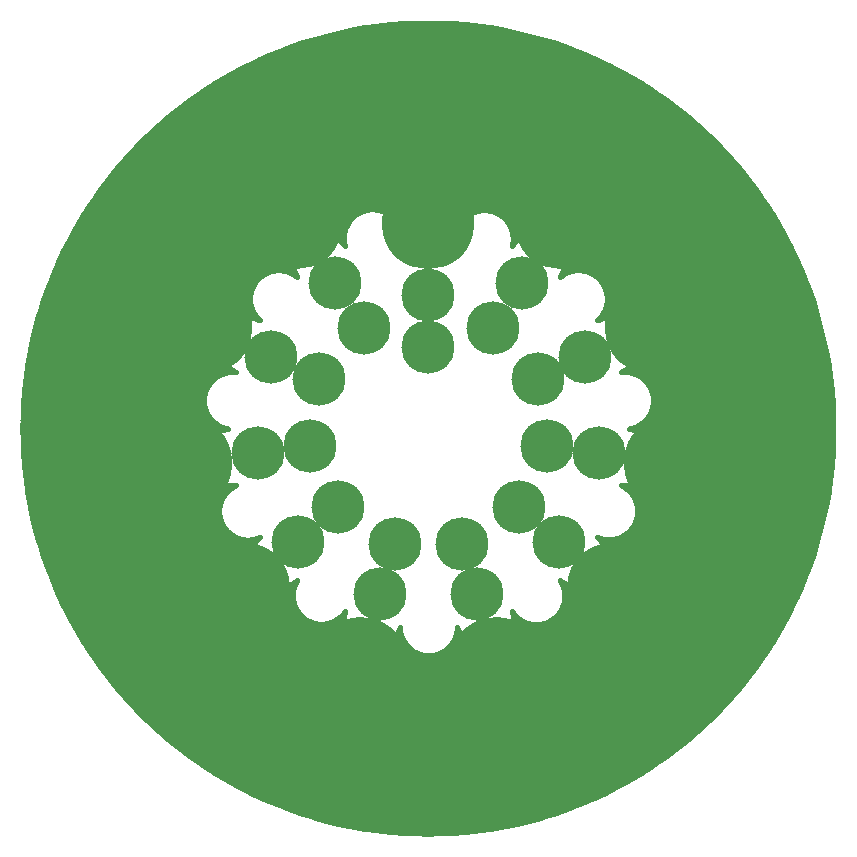
<source format=gbr>
G04 EAGLE Gerber RS-274X export*
G75*
%MOMM*%
%FSLAX34Y34*%
%LPD*%
%INSoldermask Top*%
%IPPOS*%
%AMOC8*
5,1,8,0,0,1.08239X$1,22.5*%
G01*
%ADD10C,0.406400*%
%ADD11C,12.700000*%
%ADD12C,7.000000*%
%ADD13C,7.823200*%
%ADD14C,0.838200*%
%ADD15C,4.503200*%

G36*
X151100Y-123037D02*
X151100Y-123037D01*
X151242Y-123038D01*
X151345Y-123021D01*
X151450Y-123014D01*
X151589Y-122981D01*
X151729Y-122959D01*
X151829Y-122926D01*
X151931Y-122902D01*
X152062Y-122847D01*
X152197Y-122802D01*
X152290Y-122753D01*
X152387Y-122713D01*
X152507Y-122639D01*
X152633Y-122573D01*
X152717Y-122509D01*
X152807Y-122454D01*
X152914Y-122361D01*
X153027Y-122275D01*
X153100Y-122199D01*
X153179Y-122130D01*
X153239Y-122053D01*
X153368Y-121918D01*
X153537Y-121671D01*
X153598Y-121592D01*
X172598Y-90592D01*
X172635Y-90520D01*
X172679Y-90452D01*
X172746Y-90301D01*
X172821Y-90152D01*
X172846Y-90075D01*
X172878Y-90000D01*
X172920Y-89840D01*
X172970Y-89682D01*
X172982Y-89601D01*
X173002Y-89523D01*
X173017Y-89358D01*
X173041Y-89194D01*
X173040Y-89112D01*
X173047Y-89032D01*
X173035Y-88866D01*
X173033Y-88701D01*
X173018Y-88621D01*
X173012Y-88539D01*
X172974Y-88378D01*
X172944Y-88215D01*
X172917Y-88139D01*
X172898Y-88059D01*
X172835Y-87906D01*
X172779Y-87750D01*
X172740Y-87679D01*
X172709Y-87604D01*
X172621Y-87463D01*
X172541Y-87318D01*
X172491Y-87254D01*
X172448Y-87185D01*
X172339Y-87061D01*
X172236Y-86930D01*
X172177Y-86875D01*
X172123Y-86814D01*
X171995Y-86709D01*
X171873Y-86596D01*
X171805Y-86552D01*
X171742Y-86500D01*
X171599Y-86417D01*
X171461Y-86326D01*
X171387Y-86293D01*
X171316Y-86252D01*
X171162Y-86192D01*
X171010Y-86125D01*
X170931Y-86104D01*
X170856Y-86075D01*
X170693Y-86042D01*
X170533Y-86000D01*
X170452Y-85992D01*
X170372Y-85976D01*
X170207Y-85969D01*
X170042Y-85953D01*
X169961Y-85959D01*
X169879Y-85955D01*
X169715Y-85975D01*
X169550Y-85986D01*
X169470Y-86005D01*
X169390Y-86015D01*
X169231Y-86061D01*
X169069Y-86098D01*
X168994Y-86129D01*
X168916Y-86152D01*
X168823Y-86200D01*
X168613Y-86287D01*
X168404Y-86416D01*
X168310Y-86465D01*
X159954Y-92035D01*
X149724Y-92965D01*
X149546Y-92996D01*
X149366Y-93019D01*
X149303Y-93038D01*
X149238Y-93050D01*
X149067Y-93109D01*
X148893Y-93161D01*
X148834Y-93190D01*
X148772Y-93211D01*
X148613Y-93297D01*
X148450Y-93377D01*
X148396Y-93415D01*
X148338Y-93446D01*
X148194Y-93557D01*
X148047Y-93661D01*
X148000Y-93707D01*
X147948Y-93748D01*
X147824Y-93880D01*
X147695Y-94007D01*
X147656Y-94060D01*
X147611Y-94108D01*
X147511Y-94259D01*
X147403Y-94405D01*
X147374Y-94464D01*
X147337Y-94519D01*
X147262Y-94683D01*
X147180Y-94845D01*
X147160Y-94908D01*
X147133Y-94968D01*
X147086Y-95143D01*
X147031Y-95315D01*
X147021Y-95380D01*
X147004Y-95444D01*
X146985Y-95624D01*
X146959Y-95803D01*
X146960Y-95869D01*
X146953Y-95935D01*
X146964Y-96116D01*
X146967Y-96297D01*
X146978Y-96348D01*
X146983Y-96427D01*
X147091Y-96908D01*
X147104Y-96940D01*
X147109Y-96964D01*
X149886Y-105295D01*
X147979Y-119597D01*
X147974Y-119702D01*
X147959Y-119806D01*
X147961Y-119948D01*
X147954Y-120090D01*
X147966Y-120195D01*
X147968Y-120299D01*
X147993Y-120439D01*
X148009Y-120580D01*
X148037Y-120682D01*
X148056Y-120785D01*
X148103Y-120919D01*
X148141Y-121055D01*
X148186Y-121151D01*
X148221Y-121250D01*
X148289Y-121374D01*
X148349Y-121503D01*
X148408Y-121590D01*
X148459Y-121682D01*
X148546Y-121793D01*
X148626Y-121911D01*
X148699Y-121987D01*
X148764Y-122070D01*
X148868Y-122166D01*
X148966Y-122269D01*
X149049Y-122332D01*
X149127Y-122404D01*
X149246Y-122482D01*
X149359Y-122567D01*
X149451Y-122617D01*
X149539Y-122674D01*
X149669Y-122732D01*
X149794Y-122799D01*
X149894Y-122832D01*
X149990Y-122875D01*
X150127Y-122911D01*
X150262Y-122956D01*
X150365Y-122974D01*
X150467Y-123000D01*
X150609Y-123014D01*
X150749Y-123037D01*
X150854Y-123037D01*
X150958Y-123047D01*
X151100Y-123037D01*
G37*
G36*
X-111830Y-159486D02*
X-111830Y-159486D01*
X-111729Y-159485D01*
X-111608Y-159460D01*
X-111486Y-159446D01*
X-111390Y-159416D01*
X-111291Y-159397D01*
X-111177Y-159351D01*
X-111059Y-159315D01*
X-110969Y-159269D01*
X-110876Y-159232D01*
X-110771Y-159167D01*
X-110662Y-159111D01*
X-110582Y-159049D01*
X-110496Y-158996D01*
X-110405Y-158914D01*
X-110307Y-158839D01*
X-110240Y-158764D01*
X-110165Y-158697D01*
X-110090Y-158599D01*
X-110007Y-158508D01*
X-109954Y-158423D01*
X-109892Y-158343D01*
X-109836Y-158234D01*
X-109770Y-158129D01*
X-109733Y-158036D01*
X-109687Y-157946D01*
X-109651Y-157829D01*
X-109605Y-157714D01*
X-109585Y-157616D01*
X-109555Y-157519D01*
X-109541Y-157397D01*
X-109516Y-157276D01*
X-109514Y-157176D01*
X-109502Y-157076D01*
X-109509Y-156953D01*
X-109507Y-156830D01*
X-109522Y-156731D01*
X-109528Y-156630D01*
X-109557Y-156510D01*
X-109577Y-156389D01*
X-109610Y-156294D01*
X-109634Y-156196D01*
X-109723Y-155969D01*
X-109724Y-155967D01*
X-109725Y-155966D01*
X-114451Y-145568D01*
X-113511Y-135226D01*
X-113511Y-135162D01*
X-113503Y-135098D01*
X-113511Y-134939D01*
X-113511Y-134780D01*
X-113522Y-134716D01*
X-113525Y-134652D01*
X-113561Y-134497D01*
X-113590Y-134340D01*
X-113612Y-134280D01*
X-113627Y-134217D01*
X-113690Y-134071D01*
X-113746Y-133921D01*
X-113778Y-133866D01*
X-113804Y-133807D01*
X-113892Y-133674D01*
X-113974Y-133537D01*
X-114016Y-133489D01*
X-114051Y-133435D01*
X-114162Y-133320D01*
X-114266Y-133200D01*
X-114316Y-133160D01*
X-114361Y-133113D01*
X-114490Y-133020D01*
X-114614Y-132920D01*
X-114671Y-132889D01*
X-114723Y-132852D01*
X-114867Y-132783D01*
X-115007Y-132707D01*
X-115068Y-132686D01*
X-115126Y-132659D01*
X-115280Y-132616D01*
X-115431Y-132566D01*
X-115495Y-132557D01*
X-115557Y-132540D01*
X-115715Y-132526D01*
X-115873Y-132504D01*
X-115937Y-132506D01*
X-116002Y-132501D01*
X-116249Y-132513D01*
X-125947Y-133483D01*
X-139647Y-131526D01*
X-139858Y-131515D01*
X-140071Y-131502D01*
X-140082Y-131503D01*
X-140093Y-131502D01*
X-140303Y-131529D01*
X-140514Y-131554D01*
X-140525Y-131557D01*
X-140536Y-131559D01*
X-140737Y-131622D01*
X-140941Y-131685D01*
X-140951Y-131690D01*
X-140962Y-131693D01*
X-141150Y-131792D01*
X-141338Y-131889D01*
X-141347Y-131896D01*
X-141357Y-131901D01*
X-141525Y-132032D01*
X-141693Y-132161D01*
X-141700Y-132170D01*
X-141709Y-132176D01*
X-141850Y-132335D01*
X-141993Y-132492D01*
X-141999Y-132501D01*
X-142006Y-132510D01*
X-142118Y-132691D01*
X-142230Y-132871D01*
X-142234Y-132881D01*
X-142240Y-132891D01*
X-142316Y-133089D01*
X-142395Y-133286D01*
X-142397Y-133297D01*
X-142401Y-133307D01*
X-142441Y-133514D01*
X-142484Y-133724D01*
X-142484Y-133735D01*
X-142486Y-133746D01*
X-142489Y-133958D01*
X-142493Y-134170D01*
X-142492Y-134181D01*
X-142492Y-134192D01*
X-142456Y-134403D01*
X-142423Y-134611D01*
X-142420Y-134622D01*
X-142418Y-134633D01*
X-142346Y-134833D01*
X-142276Y-135033D01*
X-142270Y-135043D01*
X-142267Y-135053D01*
X-142161Y-135236D01*
X-142056Y-135422D01*
X-142048Y-135430D01*
X-142043Y-135440D01*
X-141906Y-135602D01*
X-141770Y-135765D01*
X-141759Y-135775D01*
X-141754Y-135780D01*
X-141738Y-135793D01*
X-141586Y-135931D01*
X-113586Y-158931D01*
X-113503Y-158988D01*
X-113426Y-159052D01*
X-113319Y-159113D01*
X-113217Y-159183D01*
X-113126Y-159224D01*
X-113038Y-159274D01*
X-112922Y-159315D01*
X-112809Y-159365D01*
X-112711Y-159389D01*
X-112617Y-159422D01*
X-112495Y-159442D01*
X-112375Y-159471D01*
X-112275Y-159477D01*
X-112176Y-159493D01*
X-112052Y-159491D01*
X-111930Y-159498D01*
X-111830Y-159486D01*
G37*
G36*
X-73812Y158966D02*
X-73812Y158966D01*
X-73692Y158968D01*
X-73567Y158991D01*
X-73441Y159005D01*
X-73325Y159036D01*
X-73207Y159058D01*
X-73087Y159101D01*
X-72965Y159134D01*
X-72855Y159184D01*
X-72742Y159224D01*
X-72631Y159286D01*
X-72516Y159339D01*
X-72416Y159406D01*
X-72311Y159464D01*
X-72211Y159543D01*
X-72106Y159613D01*
X-72018Y159695D01*
X-71924Y159770D01*
X-71838Y159863D01*
X-71745Y159950D01*
X-71672Y160045D01*
X-71591Y160134D01*
X-71522Y160240D01*
X-71444Y160341D01*
X-71387Y160446D01*
X-71321Y160547D01*
X-71270Y160663D01*
X-71210Y160775D01*
X-71171Y160888D01*
X-71122Y160998D01*
X-71102Y161087D01*
X-71049Y161241D01*
X-70991Y161579D01*
X-70971Y161664D01*
X-70066Y169808D01*
X-63595Y178129D01*
X-63471Y178318D01*
X-63346Y178503D01*
X-63337Y178523D01*
X-63324Y178542D01*
X-63233Y178747D01*
X-63139Y178951D01*
X-63133Y178972D01*
X-63124Y178993D01*
X-63067Y179210D01*
X-63007Y179426D01*
X-63005Y179448D01*
X-62999Y179470D01*
X-62978Y179694D01*
X-62954Y179917D01*
X-62955Y179939D01*
X-62953Y179961D01*
X-62968Y180185D01*
X-62980Y180409D01*
X-62985Y180431D01*
X-62987Y180453D01*
X-63038Y180672D01*
X-63086Y180891D01*
X-63094Y180912D01*
X-63099Y180934D01*
X-63185Y181141D01*
X-63268Y181350D01*
X-63279Y181369D01*
X-63288Y181389D01*
X-63406Y181581D01*
X-63522Y181773D01*
X-63536Y181790D01*
X-63548Y181809D01*
X-63695Y181978D01*
X-63840Y182150D01*
X-63857Y182164D01*
X-63872Y182181D01*
X-64044Y182323D01*
X-64215Y182470D01*
X-64234Y182482D01*
X-64252Y182496D01*
X-64445Y182609D01*
X-64637Y182726D01*
X-64658Y182734D01*
X-64677Y182745D01*
X-64886Y182826D01*
X-65095Y182910D01*
X-65117Y182915D01*
X-65138Y182923D01*
X-65357Y182968D01*
X-65576Y183018D01*
X-65599Y183019D01*
X-65620Y183024D01*
X-65845Y183033D01*
X-66069Y183046D01*
X-66091Y183044D01*
X-66113Y183045D01*
X-66337Y183019D01*
X-66559Y182995D01*
X-66577Y182990D01*
X-66603Y182987D01*
X-67077Y182851D01*
X-67157Y182813D01*
X-67212Y182796D01*
X-97212Y169796D01*
X-97220Y169792D01*
X-97228Y169789D01*
X-97437Y169676D01*
X-97647Y169564D01*
X-97654Y169558D01*
X-97662Y169554D01*
X-97851Y169408D01*
X-98039Y169265D01*
X-98045Y169258D01*
X-98053Y169252D01*
X-98215Y169078D01*
X-98378Y168906D01*
X-98383Y168898D01*
X-98389Y168892D01*
X-98521Y168694D01*
X-98654Y168497D01*
X-98658Y168489D01*
X-98663Y168481D01*
X-98761Y168265D01*
X-98861Y168049D01*
X-98863Y168040D01*
X-98867Y168032D01*
X-98930Y167802D01*
X-98993Y167574D01*
X-98994Y167565D01*
X-98996Y167556D01*
X-99021Y167317D01*
X-99046Y167083D01*
X-99046Y167074D01*
X-99047Y167065D01*
X-99032Y166828D01*
X-99020Y166591D01*
X-99018Y166582D01*
X-99017Y166573D01*
X-98965Y166340D01*
X-98914Y166109D01*
X-98911Y166101D01*
X-98909Y166091D01*
X-98819Y165869D01*
X-98732Y165650D01*
X-98727Y165642D01*
X-98724Y165634D01*
X-98601Y165431D01*
X-98478Y165227D01*
X-98473Y165220D01*
X-98468Y165212D01*
X-98314Y165033D01*
X-98160Y164850D01*
X-98153Y164844D01*
X-98147Y164838D01*
X-97966Y164685D01*
X-97785Y164530D01*
X-97777Y164525D01*
X-97770Y164519D01*
X-97566Y164397D01*
X-97363Y164274D01*
X-97354Y164271D01*
X-97346Y164266D01*
X-97126Y164179D01*
X-96905Y164090D01*
X-96896Y164088D01*
X-96888Y164085D01*
X-96850Y164078D01*
X-96424Y163982D01*
X-96294Y163975D01*
X-96217Y163961D01*
X-82821Y163004D01*
X-75363Y159274D01*
X-75252Y159230D01*
X-75144Y159176D01*
X-75023Y159138D01*
X-74905Y159090D01*
X-74788Y159064D01*
X-74673Y159028D01*
X-74548Y159010D01*
X-74424Y158982D01*
X-74304Y158975D01*
X-74185Y158958D01*
X-74058Y158961D01*
X-73931Y158954D01*
X-73812Y158966D01*
G37*
G36*
X-139913Y130509D02*
X-139913Y130509D01*
X-139826Y130507D01*
X-139691Y130528D01*
X-139554Y130541D01*
X-139422Y130572D01*
X-139385Y130578D01*
X-139363Y130585D01*
X-139313Y130597D01*
X-126017Y134396D01*
X-116718Y131606D01*
X-116615Y131585D01*
X-116514Y131554D01*
X-116397Y131540D01*
X-116281Y131517D01*
X-116175Y131514D01*
X-116071Y131502D01*
X-115952Y131509D01*
X-115834Y131506D01*
X-115730Y131523D01*
X-115625Y131529D01*
X-115510Y131557D01*
X-115393Y131576D01*
X-115293Y131610D01*
X-115191Y131635D01*
X-115083Y131684D01*
X-114971Y131723D01*
X-114879Y131774D01*
X-114783Y131817D01*
X-114685Y131884D01*
X-114582Y131942D01*
X-114501Y132009D01*
X-114414Y132069D01*
X-114329Y132152D01*
X-114238Y132227D01*
X-114170Y132308D01*
X-114095Y132382D01*
X-114027Y132479D01*
X-113951Y132569D01*
X-113898Y132661D01*
X-113838Y132747D01*
X-113788Y132854D01*
X-113729Y132957D01*
X-113694Y133056D01*
X-113649Y133152D01*
X-113619Y133266D01*
X-113579Y133378D01*
X-113562Y133482D01*
X-113536Y133584D01*
X-113526Y133702D01*
X-113507Y133819D01*
X-113509Y133924D01*
X-113501Y134029D01*
X-113515Y134255D01*
X-113515Y134266D01*
X-113516Y134269D01*
X-113516Y134276D01*
X-114459Y142761D01*
X-110611Y155265D01*
X-110573Y155447D01*
X-110529Y155628D01*
X-110526Y155666D01*
X-110519Y155702D01*
X-110513Y155888D01*
X-110502Y156074D01*
X-110506Y156111D01*
X-110505Y156148D01*
X-110533Y156333D01*
X-110555Y156518D01*
X-110566Y156553D01*
X-110571Y156590D01*
X-110631Y156767D01*
X-110686Y156945D01*
X-110703Y156978D01*
X-110715Y157013D01*
X-110806Y157176D01*
X-110891Y157341D01*
X-110914Y157371D01*
X-110932Y157404D01*
X-111050Y157548D01*
X-111164Y157695D01*
X-111191Y157720D01*
X-111215Y157749D01*
X-111357Y157870D01*
X-111495Y157995D01*
X-111527Y158015D01*
X-111555Y158039D01*
X-111716Y158133D01*
X-111874Y158231D01*
X-111909Y158245D01*
X-111941Y158264D01*
X-112116Y158327D01*
X-112289Y158396D01*
X-112326Y158403D01*
X-112361Y158416D01*
X-112545Y158448D01*
X-112727Y158484D01*
X-112765Y158485D01*
X-112801Y158491D01*
X-112988Y158490D01*
X-113174Y158493D01*
X-113211Y158487D01*
X-113248Y158487D01*
X-113431Y158452D01*
X-113615Y158422D01*
X-113650Y158410D01*
X-113687Y158403D01*
X-113860Y158336D01*
X-114036Y158274D01*
X-114069Y158256D01*
X-114104Y158242D01*
X-114262Y158146D01*
X-114425Y158054D01*
X-114465Y158022D01*
X-114485Y158010D01*
X-114513Y157986D01*
X-114621Y157903D01*
X-141621Y134903D01*
X-141717Y134805D01*
X-141819Y134714D01*
X-141873Y134646D01*
X-141933Y134584D01*
X-142010Y134470D01*
X-142095Y134363D01*
X-142136Y134286D01*
X-142185Y134214D01*
X-142240Y134089D01*
X-142304Y133968D01*
X-142331Y133885D01*
X-142366Y133806D01*
X-142398Y133673D01*
X-142440Y133542D01*
X-142451Y133456D01*
X-142471Y133372D01*
X-142480Y133235D01*
X-142497Y133099D01*
X-142493Y133013D01*
X-142498Y132926D01*
X-142482Y132790D01*
X-142475Y132653D01*
X-142455Y132568D01*
X-142445Y132482D01*
X-142405Y132352D01*
X-142374Y132218D01*
X-142339Y132138D01*
X-142314Y132055D01*
X-142251Y131934D01*
X-142197Y131808D01*
X-142149Y131736D01*
X-142109Y131659D01*
X-142025Y131550D01*
X-141949Y131436D01*
X-141889Y131373D01*
X-141836Y131305D01*
X-141735Y131213D01*
X-141640Y131114D01*
X-141570Y131063D01*
X-141505Y131005D01*
X-141389Y130932D01*
X-141278Y130852D01*
X-141200Y130815D01*
X-141126Y130769D01*
X-140999Y130718D01*
X-140875Y130659D01*
X-140791Y130636D01*
X-140711Y130604D01*
X-140576Y130577D01*
X-140444Y130541D01*
X-140358Y130533D01*
X-140273Y130516D01*
X-140136Y130513D01*
X-139999Y130501D01*
X-139913Y130509D01*
G37*
G36*
X-151977Y-121490D02*
X-151977Y-121490D01*
X-151814Y-121492D01*
X-151754Y-121482D01*
X-151693Y-121480D01*
X-151534Y-121446D01*
X-151374Y-121419D01*
X-151316Y-121399D01*
X-151257Y-121386D01*
X-151106Y-121324D01*
X-150953Y-121269D01*
X-150900Y-121239D01*
X-150844Y-121216D01*
X-150707Y-121128D01*
X-150566Y-121047D01*
X-150519Y-121007D01*
X-150468Y-120974D01*
X-150349Y-120864D01*
X-150224Y-120759D01*
X-150185Y-120712D01*
X-150141Y-120670D01*
X-150043Y-120540D01*
X-149940Y-120414D01*
X-149910Y-120361D01*
X-149873Y-120312D01*
X-149800Y-120167D01*
X-149721Y-120025D01*
X-149701Y-119967D01*
X-149673Y-119913D01*
X-149628Y-119756D01*
X-149575Y-119603D01*
X-149565Y-119543D01*
X-149548Y-119484D01*
X-149531Y-119322D01*
X-149506Y-119161D01*
X-149507Y-119101D01*
X-149501Y-119040D01*
X-149509Y-118792D01*
X-150464Y-107339D01*
X-146651Y-96854D01*
X-146641Y-96817D01*
X-146626Y-96781D01*
X-146584Y-96602D01*
X-146537Y-96422D01*
X-146534Y-96384D01*
X-146525Y-96346D01*
X-146516Y-96162D01*
X-146501Y-95977D01*
X-146505Y-95939D01*
X-146503Y-95900D01*
X-146527Y-95717D01*
X-146545Y-95533D01*
X-146555Y-95495D01*
X-146560Y-95457D01*
X-146617Y-95281D01*
X-146667Y-95103D01*
X-146684Y-95068D01*
X-146696Y-95032D01*
X-146783Y-94868D01*
X-146864Y-94702D01*
X-146887Y-94671D01*
X-146905Y-94637D01*
X-147020Y-94491D01*
X-147129Y-94343D01*
X-147158Y-94316D01*
X-147181Y-94286D01*
X-147320Y-94163D01*
X-147454Y-94036D01*
X-147487Y-94015D01*
X-147516Y-93989D01*
X-147674Y-93893D01*
X-147829Y-93792D01*
X-147864Y-93777D01*
X-147897Y-93757D01*
X-148070Y-93691D01*
X-148240Y-93619D01*
X-148278Y-93611D01*
X-148314Y-93597D01*
X-148496Y-93562D01*
X-148676Y-93522D01*
X-148715Y-93520D01*
X-148753Y-93513D01*
X-149000Y-93501D01*
X-154594Y-93501D01*
X-169210Y-88629D01*
X-169256Y-88618D01*
X-169301Y-88601D01*
X-169473Y-88567D01*
X-169644Y-88526D01*
X-169692Y-88524D01*
X-169739Y-88514D01*
X-169915Y-88512D01*
X-170090Y-88502D01*
X-170138Y-88508D01*
X-170186Y-88508D01*
X-170359Y-88536D01*
X-170534Y-88558D01*
X-170579Y-88573D01*
X-170626Y-88581D01*
X-170792Y-88640D01*
X-170960Y-88692D01*
X-171002Y-88715D01*
X-171047Y-88731D01*
X-171200Y-88818D01*
X-171355Y-88900D01*
X-171393Y-88930D01*
X-171434Y-88953D01*
X-171569Y-89067D01*
X-171707Y-89175D01*
X-171739Y-89211D01*
X-171776Y-89241D01*
X-171888Y-89377D01*
X-172005Y-89508D01*
X-172030Y-89549D01*
X-172061Y-89586D01*
X-172147Y-89739D01*
X-172239Y-89889D01*
X-172256Y-89933D01*
X-172279Y-89975D01*
X-172337Y-90141D01*
X-172401Y-90305D01*
X-172410Y-90352D01*
X-172425Y-90397D01*
X-172452Y-90571D01*
X-172486Y-90743D01*
X-172487Y-90791D01*
X-172494Y-90839D01*
X-172490Y-91014D01*
X-172492Y-91190D01*
X-172484Y-91237D01*
X-172483Y-91285D01*
X-172447Y-91458D01*
X-172418Y-91631D01*
X-172402Y-91676D01*
X-172393Y-91723D01*
X-172327Y-91886D01*
X-172267Y-92051D01*
X-172244Y-92093D01*
X-172226Y-92137D01*
X-172102Y-92352D01*
X-154102Y-120352D01*
X-154065Y-120400D01*
X-154034Y-120452D01*
X-153928Y-120576D01*
X-153828Y-120704D01*
X-153783Y-120745D01*
X-153743Y-120791D01*
X-153617Y-120894D01*
X-153496Y-121002D01*
X-153444Y-121034D01*
X-153396Y-121073D01*
X-153254Y-121151D01*
X-153115Y-121237D01*
X-153058Y-121259D01*
X-153005Y-121288D01*
X-152851Y-121340D01*
X-152699Y-121399D01*
X-152639Y-121411D01*
X-152582Y-121431D01*
X-152421Y-121454D01*
X-152261Y-121486D01*
X-152200Y-121487D01*
X-152140Y-121495D01*
X-151977Y-121490D01*
G37*
G36*
X170176Y88508D02*
X170176Y88508D01*
X170186Y88508D01*
X170397Y88543D01*
X170607Y88576D01*
X170617Y88579D01*
X170626Y88581D01*
X170827Y88652D01*
X171029Y88723D01*
X171038Y88727D01*
X171047Y88731D01*
X171232Y88837D01*
X171418Y88942D01*
X171426Y88948D01*
X171434Y88953D01*
X171598Y89092D01*
X171762Y89227D01*
X171768Y89235D01*
X171776Y89241D01*
X171912Y89406D01*
X172049Y89569D01*
X172054Y89578D01*
X172061Y89586D01*
X172164Y89770D01*
X172271Y89957D01*
X172275Y89967D01*
X172279Y89975D01*
X172348Y90175D01*
X172421Y90378D01*
X172422Y90388D01*
X172425Y90397D01*
X172458Y90607D01*
X172493Y90819D01*
X172493Y90829D01*
X172494Y90839D01*
X172489Y91053D01*
X172485Y91266D01*
X172483Y91275D01*
X172483Y91285D01*
X172440Y91495D01*
X172398Y91704D01*
X172395Y91713D01*
X172393Y91723D01*
X172312Y91922D01*
X172235Y92119D01*
X172229Y92128D01*
X172226Y92137D01*
X172102Y92352D01*
X154102Y120352D01*
X154070Y120393D01*
X154043Y120439D01*
X153933Y120569D01*
X153828Y120704D01*
X153789Y120740D01*
X153754Y120780D01*
X153623Y120889D01*
X153496Y121002D01*
X153451Y121030D01*
X153409Y121064D01*
X153260Y121147D01*
X153115Y121237D01*
X153066Y121256D01*
X153020Y121282D01*
X152858Y121337D01*
X152699Y121399D01*
X152647Y121410D01*
X152597Y121427D01*
X152429Y121453D01*
X152261Y121486D01*
X152208Y121486D01*
X152155Y121494D01*
X151985Y121490D01*
X151814Y121492D01*
X151762Y121484D01*
X151709Y121482D01*
X151542Y121447D01*
X151374Y121419D01*
X151324Y121402D01*
X151272Y121391D01*
X151114Y121327D01*
X150953Y121269D01*
X150907Y121243D01*
X150858Y121223D01*
X150714Y121132D01*
X150566Y121047D01*
X150525Y121012D01*
X150480Y120984D01*
X150354Y120869D01*
X150224Y120759D01*
X150190Y120718D01*
X150151Y120682D01*
X150048Y120546D01*
X149940Y120414D01*
X149914Y120368D01*
X149881Y120326D01*
X149804Y120174D01*
X149721Y120025D01*
X149703Y119975D01*
X149679Y119928D01*
X149630Y119764D01*
X149575Y119603D01*
X149566Y119551D01*
X149551Y119500D01*
X149532Y119330D01*
X149506Y119161D01*
X149507Y119108D01*
X149501Y119056D01*
X149508Y118808D01*
X150469Y106312D01*
X147629Y97790D01*
X147609Y97705D01*
X147579Y97622D01*
X147557Y97488D01*
X147526Y97356D01*
X147522Y97268D01*
X147507Y97181D01*
X147510Y97045D01*
X147502Y96910D01*
X147513Y96822D01*
X147515Y96735D01*
X147541Y96601D01*
X147558Y96466D01*
X147585Y96383D01*
X147602Y96296D01*
X147652Y96170D01*
X147692Y96040D01*
X147733Y95962D01*
X147765Y95881D01*
X147837Y95765D01*
X147900Y95645D01*
X147954Y95576D01*
X148000Y95501D01*
X148091Y95400D01*
X148175Y95293D01*
X148240Y95234D01*
X148299Y95169D01*
X148407Y95086D01*
X148508Y94995D01*
X148583Y94949D01*
X148652Y94895D01*
X148773Y94832D01*
X148889Y94761D01*
X148970Y94730D01*
X149049Y94689D01*
X149282Y94606D01*
X169282Y88606D01*
X169292Y88604D01*
X169301Y88601D01*
X169510Y88559D01*
X169719Y88517D01*
X169729Y88516D01*
X169739Y88514D01*
X169953Y88511D01*
X170166Y88506D01*
X170176Y88508D01*
G37*
G36*
X139218Y131520D02*
X139218Y131520D01*
X139424Y131537D01*
X139440Y131541D01*
X139455Y131543D01*
X139655Y131598D01*
X139856Y131652D01*
X139870Y131659D01*
X139886Y131663D01*
X140072Y131754D01*
X140260Y131842D01*
X140273Y131851D01*
X140288Y131858D01*
X140455Y131980D01*
X140624Y132101D01*
X140636Y132112D01*
X140648Y132121D01*
X140792Y132272D01*
X140937Y132420D01*
X140945Y132433D01*
X140956Y132445D01*
X141072Y132620D01*
X141187Y132790D01*
X141193Y132805D01*
X141202Y132818D01*
X141283Y133008D01*
X141367Y133199D01*
X141371Y133214D01*
X141377Y133229D01*
X141423Y133430D01*
X141472Y133633D01*
X141473Y133649D01*
X141477Y133664D01*
X141486Y133872D01*
X141498Y134079D01*
X141496Y134095D01*
X141497Y134111D01*
X141469Y134317D01*
X141444Y134522D01*
X141439Y134538D01*
X141437Y134553D01*
X141374Y134750D01*
X141312Y134949D01*
X141305Y134963D01*
X141300Y134978D01*
X141202Y135162D01*
X141106Y135346D01*
X141096Y135358D01*
X141089Y135372D01*
X140960Y135535D01*
X140833Y135699D01*
X140818Y135714D01*
X140811Y135722D01*
X140792Y135739D01*
X140656Y135872D01*
X114656Y158872D01*
X114616Y158901D01*
X114581Y158935D01*
X114437Y159033D01*
X114296Y159137D01*
X114252Y159158D01*
X114212Y159186D01*
X114052Y159257D01*
X113895Y159333D01*
X113848Y159347D01*
X113803Y159367D01*
X113634Y159408D01*
X113465Y159456D01*
X113417Y159460D01*
X113369Y159472D01*
X113195Y159482D01*
X113021Y159499D01*
X112972Y159495D01*
X112923Y159498D01*
X112750Y159477D01*
X112576Y159463D01*
X112528Y159450D01*
X112480Y159444D01*
X112313Y159393D01*
X112144Y159348D01*
X112100Y159327D01*
X112053Y159313D01*
X111898Y159233D01*
X111740Y159158D01*
X111700Y159130D01*
X111656Y159107D01*
X111518Y159001D01*
X111376Y158899D01*
X111341Y158864D01*
X111303Y158834D01*
X111185Y158705D01*
X111063Y158580D01*
X111036Y158539D01*
X111003Y158503D01*
X110911Y158354D01*
X110813Y158210D01*
X110793Y158165D01*
X110767Y158123D01*
X110703Y157961D01*
X110633Y157801D01*
X110621Y157754D01*
X110603Y157708D01*
X110569Y157537D01*
X110528Y157367D01*
X110525Y157318D01*
X110515Y157270D01*
X110512Y157095D01*
X110502Y156921D01*
X110508Y156872D01*
X110507Y156823D01*
X110535Y156651D01*
X110556Y156478D01*
X110570Y156431D01*
X110578Y156382D01*
X110651Y156146D01*
X114501Y145560D01*
X114501Y135000D01*
X114508Y134922D01*
X114506Y134844D01*
X114528Y134700D01*
X114541Y134555D01*
X114561Y134480D01*
X114573Y134402D01*
X114620Y134265D01*
X114659Y134124D01*
X114693Y134054D01*
X114718Y133980D01*
X114789Y133853D01*
X114852Y133722D01*
X114898Y133658D01*
X114936Y133590D01*
X115029Y133478D01*
X115114Y133360D01*
X115171Y133306D01*
X115220Y133245D01*
X115332Y133151D01*
X115436Y133050D01*
X115502Y133007D01*
X115561Y132956D01*
X115687Y132884D01*
X115808Y132803D01*
X115880Y132772D01*
X115948Y132733D01*
X116085Y132684D01*
X116219Y132626D01*
X116295Y132608D01*
X116368Y132582D01*
X116512Y132558D01*
X116654Y132525D01*
X116732Y132521D01*
X116809Y132508D01*
X116955Y132510D01*
X117100Y132503D01*
X117177Y132513D01*
X117256Y132514D01*
X117399Y132542D01*
X117543Y132560D01*
X117617Y132584D01*
X117694Y132599D01*
X117928Y132680D01*
X122267Y134415D01*
X138566Y131539D01*
X138772Y131521D01*
X138979Y131501D01*
X138995Y131502D01*
X139011Y131501D01*
X139218Y131520D01*
G37*
G36*
X-169965Y87503D02*
X-169965Y87503D01*
X-169947Y87501D01*
X-169742Y87524D01*
X-169539Y87544D01*
X-169521Y87549D01*
X-169503Y87551D01*
X-169307Y87609D01*
X-169109Y87665D01*
X-169086Y87675D01*
X-169075Y87678D01*
X-169049Y87691D01*
X-168882Y87765D01*
X-157410Y93501D01*
X-149000Y93501D01*
X-148875Y93512D01*
X-148750Y93513D01*
X-148653Y93532D01*
X-148555Y93541D01*
X-148434Y93574D01*
X-148311Y93598D01*
X-148219Y93633D01*
X-148124Y93659D01*
X-148011Y93713D01*
X-147895Y93759D01*
X-147811Y93810D01*
X-147722Y93852D01*
X-147620Y93926D01*
X-147513Y93991D01*
X-147440Y94056D01*
X-147360Y94114D01*
X-147273Y94205D01*
X-147179Y94288D01*
X-147118Y94365D01*
X-147050Y94436D01*
X-146981Y94541D01*
X-146904Y94639D01*
X-146858Y94726D01*
X-146803Y94808D01*
X-146753Y94924D01*
X-146695Y95034D01*
X-146665Y95128D01*
X-146626Y95219D01*
X-146598Y95341D01*
X-146560Y95460D01*
X-146547Y95558D01*
X-146525Y95654D01*
X-146519Y95779D01*
X-146503Y95903D01*
X-146508Y96002D01*
X-146503Y96100D01*
X-146519Y96224D01*
X-146525Y96349D01*
X-146548Y96445D01*
X-146560Y96543D01*
X-146598Y96662D01*
X-146627Y96784D01*
X-146686Y96937D01*
X-146696Y96968D01*
X-146704Y96983D01*
X-146716Y97015D01*
X-150463Y105445D01*
X-149507Y118822D01*
X-149508Y118888D01*
X-149501Y118954D01*
X-149512Y119111D01*
X-149515Y119269D01*
X-149528Y119333D01*
X-149533Y119399D01*
X-149572Y119552D01*
X-149603Y119707D01*
X-149627Y119768D01*
X-149643Y119832D01*
X-149709Y119976D01*
X-149767Y120122D01*
X-149802Y120178D01*
X-149829Y120238D01*
X-149919Y120368D01*
X-150002Y120502D01*
X-150047Y120551D01*
X-150084Y120605D01*
X-150196Y120716D01*
X-150301Y120833D01*
X-150354Y120874D01*
X-150400Y120920D01*
X-150530Y121010D01*
X-150655Y121106D01*
X-150713Y121137D01*
X-150768Y121174D01*
X-150912Y121240D01*
X-151051Y121312D01*
X-151115Y121332D01*
X-151175Y121359D01*
X-151327Y121398D01*
X-151478Y121444D01*
X-151544Y121452D01*
X-151608Y121468D01*
X-151765Y121479D01*
X-151922Y121498D01*
X-151988Y121494D01*
X-152053Y121499D01*
X-152210Y121481D01*
X-152368Y121472D01*
X-152432Y121457D01*
X-152497Y121449D01*
X-152648Y121404D01*
X-152802Y121367D01*
X-152862Y121340D01*
X-152925Y121322D01*
X-153066Y121250D01*
X-153210Y121187D01*
X-153265Y121150D01*
X-153324Y121120D01*
X-153450Y121025D01*
X-153580Y120936D01*
X-153628Y120890D01*
X-153680Y120850D01*
X-153787Y120734D01*
X-153900Y120624D01*
X-153938Y120570D01*
X-153983Y120522D01*
X-154123Y120318D01*
X-172123Y91318D01*
X-172216Y91134D01*
X-172310Y90953D01*
X-172316Y90936D01*
X-172324Y90919D01*
X-172382Y90722D01*
X-172443Y90527D01*
X-172445Y90508D01*
X-172451Y90491D01*
X-172473Y90287D01*
X-172498Y90083D01*
X-172497Y90065D01*
X-172499Y90046D01*
X-172484Y89843D01*
X-172473Y89637D01*
X-172468Y89619D01*
X-172467Y89601D01*
X-172417Y89403D01*
X-172369Y89203D01*
X-172361Y89186D01*
X-172357Y89168D01*
X-172271Y88981D01*
X-172189Y88794D01*
X-172179Y88779D01*
X-172171Y88762D01*
X-172054Y88594D01*
X-171939Y88424D01*
X-171926Y88410D01*
X-171916Y88395D01*
X-171771Y88251D01*
X-171628Y88103D01*
X-171613Y88093D01*
X-171600Y88080D01*
X-171431Y87963D01*
X-171264Y87844D01*
X-171247Y87836D01*
X-171232Y87826D01*
X-171045Y87741D01*
X-170860Y87653D01*
X-170842Y87649D01*
X-170825Y87641D01*
X-170626Y87591D01*
X-170429Y87538D01*
X-170410Y87536D01*
X-170392Y87532D01*
X-170187Y87518D01*
X-169983Y87501D01*
X-169965Y87503D01*
G37*
G36*
X113125Y-158492D02*
X113125Y-158492D01*
X113174Y-158493D01*
X113346Y-158466D01*
X113520Y-158445D01*
X113567Y-158430D01*
X113615Y-158422D01*
X113780Y-158364D01*
X113947Y-158313D01*
X113990Y-158291D01*
X114036Y-158274D01*
X114188Y-158188D01*
X114344Y-158107D01*
X114382Y-158078D01*
X114425Y-158054D01*
X114621Y-157903D01*
X141621Y-134903D01*
X141706Y-134816D01*
X141798Y-134736D01*
X141862Y-134656D01*
X141933Y-134584D01*
X142002Y-134483D01*
X142079Y-134388D01*
X142127Y-134298D01*
X142185Y-134214D01*
X142234Y-134103D01*
X142292Y-133996D01*
X142325Y-133899D01*
X142366Y-133806D01*
X142395Y-133687D01*
X142433Y-133572D01*
X142447Y-133471D01*
X142471Y-133372D01*
X142479Y-133250D01*
X142496Y-133129D01*
X142492Y-133028D01*
X142498Y-132926D01*
X142484Y-132805D01*
X142479Y-132683D01*
X142457Y-132583D01*
X142445Y-132482D01*
X142409Y-132366D01*
X142383Y-132247D01*
X142344Y-132153D01*
X142314Y-132055D01*
X142258Y-131947D01*
X142211Y-131834D01*
X142155Y-131749D01*
X142109Y-131659D01*
X142034Y-131562D01*
X141968Y-131460D01*
X141898Y-131385D01*
X141836Y-131305D01*
X141746Y-131223D01*
X141662Y-131134D01*
X141581Y-131073D01*
X141505Y-131005D01*
X141402Y-130940D01*
X141304Y-130868D01*
X141212Y-130822D01*
X141126Y-130769D01*
X141013Y-130724D01*
X140903Y-130670D01*
X140805Y-130641D01*
X140711Y-130604D01*
X140591Y-130580D01*
X140474Y-130546D01*
X140373Y-130536D01*
X140273Y-130516D01*
X140151Y-130513D01*
X140029Y-130501D01*
X139928Y-130509D01*
X139826Y-130507D01*
X139706Y-130526D01*
X139584Y-130536D01*
X139416Y-130573D01*
X139385Y-130578D01*
X139371Y-130582D01*
X139342Y-130589D01*
X128768Y-133473D01*
X117208Y-132509D01*
X117122Y-132510D01*
X117037Y-132501D01*
X116899Y-132511D01*
X116761Y-132512D01*
X116677Y-132528D01*
X116591Y-132534D01*
X116457Y-132569D01*
X116322Y-132595D01*
X116242Y-132625D01*
X116159Y-132647D01*
X116033Y-132705D01*
X115904Y-132754D01*
X115831Y-132798D01*
X115753Y-132834D01*
X115640Y-132913D01*
X115522Y-132985D01*
X115458Y-133041D01*
X115388Y-133090D01*
X115290Y-133189D01*
X115187Y-133280D01*
X115134Y-133347D01*
X115073Y-133408D01*
X114995Y-133522D01*
X114910Y-133630D01*
X114869Y-133706D01*
X114821Y-133776D01*
X114764Y-133903D01*
X114699Y-134024D01*
X114673Y-134106D01*
X114638Y-134184D01*
X114604Y-134318D01*
X114562Y-134449D01*
X114551Y-134534D01*
X114530Y-134617D01*
X114521Y-134755D01*
X114503Y-134892D01*
X114507Y-134978D01*
X114502Y-135063D01*
X114520Y-135310D01*
X115442Y-142688D01*
X110667Y-155103D01*
X110654Y-155150D01*
X110634Y-155194D01*
X110593Y-155364D01*
X110545Y-155532D01*
X110540Y-155581D01*
X110529Y-155628D01*
X110518Y-155803D01*
X110501Y-155977D01*
X110505Y-156026D01*
X110502Y-156074D01*
X110523Y-156247D01*
X110537Y-156422D01*
X110549Y-156469D01*
X110555Y-156518D01*
X110606Y-156685D01*
X110651Y-156854D01*
X110672Y-156898D01*
X110686Y-156945D01*
X110767Y-157100D01*
X110841Y-157258D01*
X110869Y-157298D01*
X110891Y-157341D01*
X110998Y-157480D01*
X111099Y-157623D01*
X111134Y-157657D01*
X111164Y-157695D01*
X111293Y-157813D01*
X111418Y-157935D01*
X111459Y-157963D01*
X111495Y-157995D01*
X111643Y-158087D01*
X111788Y-158186D01*
X111833Y-158206D01*
X111874Y-158231D01*
X112037Y-158296D01*
X112197Y-158367D01*
X112244Y-158378D01*
X112289Y-158396D01*
X112461Y-158431D01*
X112631Y-158472D01*
X112679Y-158475D01*
X112727Y-158484D01*
X112902Y-158488D01*
X113077Y-158498D01*
X113125Y-158492D01*
G37*
G36*
X67167Y-182485D02*
X67167Y-182485D01*
X67316Y-182479D01*
X67389Y-182463D01*
X67463Y-182456D01*
X67607Y-182415D01*
X67752Y-182383D01*
X67857Y-182345D01*
X67893Y-182334D01*
X67919Y-182321D01*
X67985Y-182297D01*
X95985Y-170297D01*
X96070Y-170251D01*
X96159Y-170214D01*
X96266Y-170146D01*
X96378Y-170085D01*
X96453Y-170025D01*
X96535Y-169973D01*
X96628Y-169886D01*
X96727Y-169807D01*
X96790Y-169734D01*
X96861Y-169668D01*
X96937Y-169566D01*
X97021Y-169470D01*
X97071Y-169388D01*
X97128Y-169310D01*
X97185Y-169196D01*
X97250Y-169087D01*
X97285Y-168997D01*
X97328Y-168910D01*
X97363Y-168788D01*
X97408Y-168669D01*
X97425Y-168574D01*
X97452Y-168481D01*
X97466Y-168355D01*
X97489Y-168230D01*
X97489Y-168133D01*
X97499Y-168037D01*
X97489Y-167910D01*
X97490Y-167783D01*
X97473Y-167688D01*
X97466Y-167592D01*
X97434Y-167469D01*
X97411Y-167343D01*
X97378Y-167253D01*
X97354Y-167159D01*
X97300Y-167044D01*
X97256Y-166925D01*
X97207Y-166841D01*
X97166Y-166754D01*
X97093Y-166650D01*
X97029Y-166540D01*
X96965Y-166467D01*
X96910Y-166388D01*
X96819Y-166299D01*
X96736Y-166202D01*
X96661Y-166142D01*
X96592Y-166074D01*
X96487Y-166002D01*
X96389Y-165922D01*
X96304Y-165876D01*
X96224Y-165821D01*
X96108Y-165769D01*
X95996Y-165708D01*
X95905Y-165677D01*
X95817Y-165638D01*
X95579Y-165569D01*
X74579Y-160569D01*
X74502Y-160558D01*
X74427Y-160538D01*
X74281Y-160526D01*
X74137Y-160505D01*
X74059Y-160507D01*
X73982Y-160501D01*
X73836Y-160515D01*
X73690Y-160520D01*
X73615Y-160536D01*
X73537Y-160544D01*
X73397Y-160584D01*
X73254Y-160615D01*
X73182Y-160644D01*
X73107Y-160666D01*
X72976Y-160730D01*
X72841Y-160786D01*
X72776Y-160828D01*
X72706Y-160862D01*
X72588Y-160948D01*
X72465Y-161027D01*
X72409Y-161080D01*
X72346Y-161126D01*
X72246Y-161232D01*
X72139Y-161332D01*
X72092Y-161394D01*
X72039Y-161451D01*
X71959Y-161573D01*
X71872Y-161690D01*
X71837Y-161760D01*
X71794Y-161825D01*
X71689Y-162048D01*
X64689Y-179048D01*
X64645Y-179191D01*
X64592Y-179331D01*
X64579Y-179404D01*
X64557Y-179475D01*
X64538Y-179624D01*
X64511Y-179770D01*
X64511Y-179845D01*
X64502Y-179918D01*
X64511Y-180068D01*
X64510Y-180217D01*
X64523Y-180290D01*
X64527Y-180364D01*
X64562Y-180510D01*
X64589Y-180657D01*
X64614Y-180726D01*
X64632Y-180799D01*
X64692Y-180935D01*
X64744Y-181075D01*
X64782Y-181140D01*
X64812Y-181208D01*
X64895Y-181331D01*
X64971Y-181460D01*
X65020Y-181516D01*
X65062Y-181578D01*
X65166Y-181685D01*
X65264Y-181798D01*
X65322Y-181844D01*
X65374Y-181898D01*
X65495Y-181984D01*
X65612Y-182078D01*
X65677Y-182114D01*
X65737Y-182157D01*
X65872Y-182220D01*
X66004Y-182292D01*
X66074Y-182316D01*
X66141Y-182347D01*
X66286Y-182386D01*
X66428Y-182433D01*
X66501Y-182443D01*
X66573Y-182463D01*
X66722Y-182475D01*
X66870Y-182496D01*
X66944Y-182493D01*
X67018Y-182499D01*
X67167Y-182485D01*
G37*
G36*
X74110Y160513D02*
X74110Y160513D01*
X74304Y160519D01*
X74333Y160526D01*
X74363Y160527D01*
X74606Y160575D01*
X94606Y165575D01*
X94684Y165603D01*
X94765Y165621D01*
X94820Y165644D01*
X94870Y165658D01*
X94940Y165691D01*
X95028Y165722D01*
X95100Y165763D01*
X95176Y165795D01*
X95233Y165832D01*
X95272Y165851D01*
X95328Y165891D01*
X95417Y165941D01*
X95481Y165994D01*
X95550Y166039D01*
X95605Y166092D01*
X95634Y166113D01*
X95675Y166155D01*
X95761Y166227D01*
X95814Y166290D01*
X95874Y166347D01*
X95924Y166414D01*
X95944Y166435D01*
X95972Y166477D01*
X96049Y166568D01*
X96090Y166640D01*
X96139Y166707D01*
X96178Y166788D01*
X96191Y166807D01*
X96208Y166847D01*
X96271Y166956D01*
X96298Y167034D01*
X96335Y167108D01*
X96361Y167201D01*
X96368Y167217D01*
X96376Y167253D01*
X96420Y167377D01*
X96434Y167458D01*
X96456Y167538D01*
X96466Y167638D01*
X96469Y167652D01*
X96471Y167684D01*
X96493Y167818D01*
X96491Y167900D01*
X96499Y167983D01*
X96491Y168086D01*
X96491Y168098D01*
X96487Y168127D01*
X96485Y168264D01*
X96469Y168345D01*
X96462Y168428D01*
X96435Y168530D01*
X96434Y168541D01*
X96425Y168568D01*
X96398Y168703D01*
X96368Y168779D01*
X96347Y168859D01*
X96302Y168955D01*
X96298Y168967D01*
X96285Y168992D01*
X96235Y169118D01*
X96192Y169189D01*
X96156Y169263D01*
X96096Y169348D01*
X96089Y169362D01*
X96070Y169385D01*
X96000Y169498D01*
X95945Y169560D01*
X95897Y169627D01*
X95824Y169698D01*
X95813Y169713D01*
X95787Y169735D01*
X95702Y169830D01*
X95636Y169881D01*
X95577Y169939D01*
X95496Y169993D01*
X95478Y170009D01*
X95445Y170030D01*
X95349Y170104D01*
X95275Y170142D01*
X95207Y170189D01*
X94985Y170297D01*
X66985Y182297D01*
X66782Y182363D01*
X66585Y182430D01*
X66572Y182432D01*
X66560Y182436D01*
X66351Y182464D01*
X66143Y182495D01*
X66130Y182495D01*
X66117Y182497D01*
X65907Y182488D01*
X65696Y182481D01*
X65684Y182478D01*
X65671Y182478D01*
X65467Y182432D01*
X65259Y182387D01*
X65248Y182382D01*
X65235Y182379D01*
X65042Y182298D01*
X64846Y182217D01*
X64836Y182210D01*
X64824Y182205D01*
X64647Y182089D01*
X64470Y181976D01*
X64461Y181968D01*
X64450Y181961D01*
X64297Y181816D01*
X64143Y181672D01*
X64135Y181662D01*
X64126Y181653D01*
X64001Y181484D01*
X63875Y181315D01*
X63869Y181304D01*
X63861Y181293D01*
X63769Y181104D01*
X63675Y180916D01*
X63671Y180903D01*
X63665Y180892D01*
X63608Y180691D01*
X63549Y180487D01*
X63547Y180474D01*
X63544Y180462D01*
X63524Y180253D01*
X63501Y180043D01*
X63502Y180030D01*
X63501Y180018D01*
X63518Y179807D01*
X63533Y179597D01*
X63537Y179585D01*
X63538Y179572D01*
X63592Y179369D01*
X63644Y179165D01*
X63651Y179149D01*
X63653Y179141D01*
X63663Y179120D01*
X63739Y178936D01*
X71739Y161936D01*
X71754Y161910D01*
X71765Y161882D01*
X71866Y161717D01*
X71964Y161550D01*
X71984Y161527D01*
X72000Y161502D01*
X72129Y161358D01*
X72255Y161211D01*
X72278Y161192D01*
X72298Y161170D01*
X72451Y161051D01*
X72601Y160929D01*
X72627Y160914D01*
X72651Y160896D01*
X72823Y160806D01*
X72992Y160713D01*
X73021Y160703D01*
X73048Y160689D01*
X73233Y160632D01*
X73415Y160570D01*
X73445Y160566D01*
X73474Y160557D01*
X73666Y160533D01*
X73857Y160505D01*
X73888Y160506D01*
X73917Y160502D01*
X74110Y160513D01*
G37*
G36*
X25134Y171963D02*
X25134Y171963D01*
X25257Y171964D01*
X25379Y171984D01*
X25502Y171994D01*
X25622Y172025D01*
X25744Y172045D01*
X25861Y172085D01*
X25981Y172115D01*
X26094Y172164D01*
X26211Y172204D01*
X26320Y172262D01*
X26433Y172311D01*
X26537Y172378D01*
X26646Y172436D01*
X26744Y172511D01*
X26848Y172577D01*
X26913Y172639D01*
X27039Y172735D01*
X27281Y172992D01*
X27341Y173049D01*
X31969Y178603D01*
X42459Y184325D01*
X42508Y184357D01*
X42561Y184383D01*
X42714Y184492D01*
X42872Y184595D01*
X42915Y184635D01*
X42962Y184669D01*
X43097Y184802D01*
X43235Y184929D01*
X43271Y184975D01*
X43313Y185016D01*
X43424Y185169D01*
X43540Y185317D01*
X43568Y185368D01*
X43603Y185415D01*
X43688Y185584D01*
X43778Y185749D01*
X43798Y185804D01*
X43824Y185856D01*
X43881Y186036D01*
X43944Y186213D01*
X43954Y186271D01*
X43972Y186327D01*
X43999Y186514D01*
X44032Y186699D01*
X44033Y186757D01*
X44042Y186815D01*
X44038Y187004D01*
X44041Y187192D01*
X44033Y187250D01*
X44032Y187308D01*
X43997Y187494D01*
X43970Y187680D01*
X43953Y187736D01*
X43942Y187793D01*
X43879Y187971D01*
X43822Y188151D01*
X43795Y188203D01*
X43776Y188258D01*
X43684Y188423D01*
X43599Y188591D01*
X43565Y188638D01*
X43536Y188689D01*
X43419Y188837D01*
X43308Y188989D01*
X43267Y189030D01*
X43230Y189076D01*
X43091Y189203D01*
X42957Y189336D01*
X42909Y189370D01*
X42866Y189409D01*
X42709Y189512D01*
X42554Y189621D01*
X42502Y189647D01*
X42453Y189679D01*
X42281Y189755D01*
X42111Y189837D01*
X42055Y189854D01*
X42002Y189878D01*
X41900Y189901D01*
X41639Y189980D01*
X41436Y190006D01*
X41337Y190029D01*
X14337Y193029D01*
X14275Y193030D01*
X14215Y193040D01*
X14029Y193038D01*
X13843Y193043D01*
X13783Y193035D01*
X13721Y193035D01*
X13538Y193003D01*
X13354Y192978D01*
X13296Y192960D01*
X13235Y192950D01*
X13060Y192889D01*
X12882Y192835D01*
X12827Y192808D01*
X12770Y192788D01*
X12606Y192699D01*
X12440Y192617D01*
X12390Y192582D01*
X12336Y192553D01*
X12189Y192439D01*
X12038Y192331D01*
X11994Y192288D01*
X11946Y192251D01*
X11819Y192115D01*
X11687Y191984D01*
X11651Y191934D01*
X11609Y191890D01*
X11506Y191735D01*
X11397Y191585D01*
X11370Y191530D01*
X11336Y191479D01*
X11259Y191310D01*
X11176Y191144D01*
X11157Y191086D01*
X11132Y191030D01*
X11084Y190851D01*
X11028Y190673D01*
X11019Y190613D01*
X11003Y190554D01*
X10985Y190369D01*
X10958Y190185D01*
X10960Y190124D01*
X10953Y190063D01*
X10965Y189878D01*
X10968Y189692D01*
X10980Y189631D01*
X10983Y189570D01*
X11024Y189389D01*
X11058Y189207D01*
X11079Y189149D01*
X11092Y189089D01*
X11162Y188917D01*
X11224Y188742D01*
X11254Y188689D01*
X11277Y188632D01*
X11374Y188473D01*
X11464Y188311D01*
X11502Y188263D01*
X11534Y188210D01*
X11604Y188133D01*
X11770Y187924D01*
X11924Y187782D01*
X11993Y187707D01*
X19416Y181212D01*
X22147Y173930D01*
X22199Y173818D01*
X22243Y173703D01*
X22304Y173595D01*
X22357Y173484D01*
X22427Y173382D01*
X22488Y173275D01*
X22566Y173179D01*
X22636Y173077D01*
X22722Y172988D01*
X22799Y172892D01*
X22892Y172810D01*
X22977Y172721D01*
X23076Y172647D01*
X23168Y172565D01*
X23273Y172499D01*
X23372Y172424D01*
X23481Y172367D01*
X23585Y172301D01*
X23699Y172253D01*
X23809Y172195D01*
X23926Y172156D01*
X24040Y172108D01*
X24160Y172079D01*
X24277Y172040D01*
X24399Y172020D01*
X24519Y171991D01*
X24642Y171981D01*
X24764Y171962D01*
X24888Y171962D01*
X25011Y171953D01*
X25134Y171963D01*
G37*
G36*
X-66985Y-182490D02*
X-66985Y-182490D01*
X-66819Y-182493D01*
X-66762Y-182483D01*
X-66704Y-182482D01*
X-66542Y-182447D01*
X-66378Y-182421D01*
X-66324Y-182401D01*
X-66267Y-182389D01*
X-66113Y-182327D01*
X-65957Y-182271D01*
X-65907Y-182242D01*
X-65853Y-182221D01*
X-65714Y-182132D01*
X-65569Y-182049D01*
X-65525Y-182012D01*
X-65476Y-181981D01*
X-65355Y-181869D01*
X-65227Y-181762D01*
X-65190Y-181717D01*
X-65148Y-181678D01*
X-65048Y-181546D01*
X-64942Y-181418D01*
X-64914Y-181368D01*
X-64879Y-181322D01*
X-64804Y-181174D01*
X-64722Y-181029D01*
X-64703Y-180974D01*
X-64677Y-180923D01*
X-64630Y-180764D01*
X-64576Y-180607D01*
X-64567Y-180550D01*
X-64550Y-180495D01*
X-64532Y-180330D01*
X-64506Y-180166D01*
X-64508Y-180108D01*
X-64501Y-180051D01*
X-64513Y-179886D01*
X-64517Y-179719D01*
X-64528Y-179663D01*
X-64532Y-179605D01*
X-64573Y-179444D01*
X-64606Y-179282D01*
X-64634Y-179204D01*
X-64642Y-179172D01*
X-64657Y-179140D01*
X-64689Y-179048D01*
X-71689Y-162048D01*
X-71731Y-161967D01*
X-71765Y-161882D01*
X-71834Y-161769D01*
X-71895Y-161652D01*
X-71951Y-161580D01*
X-72000Y-161502D01*
X-72088Y-161403D01*
X-72169Y-161299D01*
X-72237Y-161238D01*
X-72298Y-161170D01*
X-72403Y-161089D01*
X-72501Y-161000D01*
X-72579Y-160952D01*
X-72651Y-160896D01*
X-72769Y-160835D01*
X-72881Y-160765D01*
X-72966Y-160732D01*
X-73048Y-160689D01*
X-73174Y-160650D01*
X-73297Y-160602D01*
X-73386Y-160584D01*
X-73474Y-160557D01*
X-73605Y-160541D01*
X-73735Y-160515D01*
X-73826Y-160513D01*
X-73917Y-160502D01*
X-74049Y-160510D01*
X-74181Y-160507D01*
X-74272Y-160522D01*
X-74363Y-160527D01*
X-74606Y-160575D01*
X-94606Y-165575D01*
X-94668Y-165597D01*
X-94733Y-165611D01*
X-94879Y-165670D01*
X-95028Y-165722D01*
X-95086Y-165754D01*
X-95147Y-165779D01*
X-95280Y-165864D01*
X-95417Y-165941D01*
X-95468Y-165984D01*
X-95524Y-166019D01*
X-95640Y-166126D01*
X-95761Y-166227D01*
X-95803Y-166277D01*
X-95852Y-166322D01*
X-95947Y-166448D01*
X-96049Y-166568D01*
X-96081Y-166626D01*
X-96121Y-166678D01*
X-96192Y-166819D01*
X-96271Y-166956D01*
X-96293Y-167018D01*
X-96323Y-167077D01*
X-96368Y-167228D01*
X-96420Y-167377D01*
X-96431Y-167442D01*
X-96450Y-167505D01*
X-96467Y-167662D01*
X-96493Y-167818D01*
X-96492Y-167884D01*
X-96499Y-167949D01*
X-96488Y-168107D01*
X-96485Y-168264D01*
X-96472Y-168329D01*
X-96468Y-168395D01*
X-96429Y-168548D01*
X-96398Y-168703D01*
X-96374Y-168764D01*
X-96358Y-168828D01*
X-96293Y-168971D01*
X-96235Y-169118D01*
X-96200Y-169175D01*
X-96173Y-169234D01*
X-96083Y-169364D01*
X-96000Y-169498D01*
X-95956Y-169547D01*
X-95919Y-169602D01*
X-95807Y-169713D01*
X-95702Y-169830D01*
X-95650Y-169871D01*
X-95603Y-169918D01*
X-95473Y-170007D01*
X-95349Y-170104D01*
X-95290Y-170135D01*
X-95236Y-170172D01*
X-95015Y-170284D01*
X-68015Y-182284D01*
X-67858Y-182338D01*
X-67703Y-182398D01*
X-67647Y-182409D01*
X-67592Y-182428D01*
X-67428Y-182453D01*
X-67265Y-182485D01*
X-67208Y-182486D01*
X-67151Y-182495D01*
X-66985Y-182490D01*
G37*
G36*
X179203Y-70486D02*
X179203Y-70486D01*
X179274Y-70484D01*
X179423Y-70454D01*
X179574Y-70432D01*
X179642Y-70410D01*
X179712Y-70396D01*
X179853Y-70339D01*
X179998Y-70291D01*
X180061Y-70257D01*
X180127Y-70231D01*
X180256Y-70150D01*
X180390Y-70077D01*
X180446Y-70032D01*
X180506Y-69995D01*
X180619Y-69892D01*
X180738Y-69796D01*
X180784Y-69742D01*
X180837Y-69695D01*
X180930Y-69574D01*
X181030Y-69458D01*
X181066Y-69397D01*
X181109Y-69340D01*
X181179Y-69205D01*
X181257Y-69074D01*
X181282Y-69007D01*
X181314Y-68944D01*
X181396Y-68710D01*
X189396Y-41710D01*
X189434Y-41523D01*
X189476Y-41338D01*
X189478Y-41305D01*
X189484Y-41272D01*
X189488Y-41082D01*
X189497Y-40891D01*
X189493Y-40859D01*
X189493Y-40825D01*
X189463Y-40638D01*
X189438Y-40449D01*
X189428Y-40417D01*
X189422Y-40384D01*
X189359Y-40205D01*
X189301Y-40024D01*
X189285Y-39994D01*
X189274Y-39963D01*
X189180Y-39798D01*
X189090Y-39630D01*
X189069Y-39604D01*
X189053Y-39575D01*
X188931Y-39429D01*
X188813Y-39279D01*
X188788Y-39257D01*
X188767Y-39232D01*
X188621Y-39110D01*
X188477Y-38984D01*
X188449Y-38967D01*
X188424Y-38946D01*
X188258Y-38852D01*
X188095Y-38753D01*
X188064Y-38742D01*
X188035Y-38725D01*
X187856Y-38662D01*
X187678Y-38594D01*
X187645Y-38588D01*
X187614Y-38577D01*
X187426Y-38547D01*
X187238Y-38512D01*
X187205Y-38512D01*
X187173Y-38507D01*
X186982Y-38511D01*
X186792Y-38509D01*
X186759Y-38515D01*
X186726Y-38516D01*
X186539Y-38554D01*
X186352Y-38586D01*
X186321Y-38598D01*
X186288Y-38604D01*
X186111Y-38675D01*
X185932Y-38740D01*
X185893Y-38761D01*
X185873Y-38769D01*
X185842Y-38788D01*
X185714Y-38857D01*
X174045Y-45858D01*
X170714Y-47857D01*
X170664Y-47893D01*
X170610Y-47923D01*
X170484Y-48025D01*
X170353Y-48120D01*
X170311Y-48165D01*
X170262Y-48204D01*
X170157Y-48326D01*
X170045Y-48443D01*
X170011Y-48495D01*
X169970Y-48542D01*
X169888Y-48681D01*
X169799Y-48816D01*
X169775Y-48873D01*
X169743Y-48926D01*
X169687Y-49078D01*
X169623Y-49227D01*
X169609Y-49287D01*
X169588Y-49345D01*
X169560Y-49504D01*
X169524Y-49662D01*
X169521Y-49724D01*
X169510Y-49785D01*
X169511Y-49947D01*
X169503Y-50109D01*
X169511Y-50170D01*
X169512Y-50232D01*
X169541Y-50391D01*
X169562Y-50551D01*
X169581Y-50610D01*
X169593Y-50671D01*
X169671Y-50906D01*
X176671Y-68906D01*
X176702Y-68970D01*
X176726Y-69037D01*
X176802Y-69170D01*
X176869Y-69306D01*
X176912Y-69363D01*
X176947Y-69425D01*
X177045Y-69542D01*
X177136Y-69665D01*
X177188Y-69713D01*
X177233Y-69768D01*
X177350Y-69866D01*
X177462Y-69970D01*
X177522Y-70009D01*
X177576Y-70054D01*
X177709Y-70130D01*
X177837Y-70212D01*
X177903Y-70240D01*
X177965Y-70275D01*
X178109Y-70325D01*
X178249Y-70384D01*
X178319Y-70399D01*
X178386Y-70423D01*
X178537Y-70447D01*
X178686Y-70479D01*
X178757Y-70482D01*
X178827Y-70493D01*
X178980Y-70490D01*
X179132Y-70496D01*
X179203Y-70486D01*
G37*
G36*
X-186807Y38513D02*
X-186807Y38513D01*
X-186752Y38513D01*
X-186587Y38545D01*
X-186420Y38569D01*
X-186367Y38587D01*
X-186313Y38597D01*
X-186156Y38658D01*
X-185996Y38711D01*
X-185926Y38746D01*
X-185896Y38758D01*
X-185866Y38776D01*
X-185775Y38822D01*
X-169775Y47822D01*
X-169751Y47838D01*
X-169724Y47851D01*
X-169567Y47964D01*
X-169407Y48075D01*
X-169386Y48095D01*
X-169362Y48112D01*
X-169227Y48252D01*
X-169089Y48389D01*
X-169072Y48413D01*
X-169052Y48434D01*
X-168944Y48596D01*
X-168833Y48755D01*
X-168821Y48781D01*
X-168805Y48806D01*
X-168727Y48984D01*
X-168646Y49161D01*
X-168639Y49189D01*
X-168627Y49216D01*
X-168583Y49404D01*
X-168534Y49593D01*
X-168532Y49622D01*
X-168525Y49651D01*
X-168515Y49845D01*
X-168501Y50039D01*
X-168504Y50068D01*
X-168503Y50097D01*
X-168528Y50290D01*
X-168548Y50483D01*
X-168556Y50511D01*
X-168560Y50540D01*
X-168618Y50725D01*
X-168673Y50912D01*
X-168686Y50938D01*
X-168695Y50966D01*
X-168786Y51138D01*
X-168872Y51311D01*
X-168890Y51335D01*
X-168904Y51361D01*
X-169048Y51561D01*
X-172770Y56213D01*
X-176629Y67790D01*
X-176677Y67900D01*
X-176715Y68013D01*
X-176766Y68104D01*
X-176808Y68200D01*
X-176874Y68299D01*
X-176932Y68404D01*
X-176998Y68484D01*
X-177056Y68571D01*
X-177139Y68657D01*
X-177215Y68749D01*
X-177294Y68817D01*
X-177367Y68892D01*
X-177464Y68962D01*
X-177555Y69039D01*
X-177645Y69092D01*
X-177730Y69152D01*
X-177838Y69204D01*
X-177941Y69264D01*
X-178039Y69299D01*
X-178133Y69344D01*
X-178249Y69375D01*
X-178361Y69416D01*
X-178464Y69434D01*
X-178564Y69461D01*
X-178684Y69471D01*
X-178801Y69491D01*
X-178906Y69490D01*
X-179009Y69499D01*
X-179128Y69488D01*
X-179248Y69487D01*
X-179350Y69467D01*
X-179454Y69458D01*
X-179569Y69425D01*
X-179687Y69403D01*
X-179784Y69366D01*
X-179884Y69338D01*
X-179992Y69285D01*
X-180104Y69242D01*
X-180193Y69188D01*
X-180286Y69143D01*
X-180383Y69072D01*
X-180485Y69010D01*
X-180563Y68941D01*
X-180647Y68880D01*
X-180730Y68793D01*
X-180819Y68714D01*
X-180884Y68632D01*
X-180956Y68556D01*
X-181021Y68456D01*
X-181095Y68362D01*
X-181144Y68270D01*
X-181201Y68183D01*
X-181248Y68073D01*
X-181304Y67968D01*
X-181365Y67800D01*
X-181377Y67773D01*
X-181380Y67759D01*
X-181389Y67735D01*
X-189389Y41735D01*
X-189424Y41570D01*
X-189466Y41407D01*
X-189470Y41352D01*
X-189481Y41298D01*
X-189486Y41129D01*
X-189499Y40961D01*
X-189493Y40907D01*
X-189495Y40852D01*
X-189470Y40685D01*
X-189452Y40517D01*
X-189437Y40464D01*
X-189429Y40410D01*
X-189374Y40250D01*
X-189327Y40088D01*
X-189302Y40039D01*
X-189285Y39987D01*
X-189203Y39840D01*
X-189128Y39689D01*
X-189095Y39645D01*
X-189068Y39596D01*
X-188961Y39466D01*
X-188860Y39331D01*
X-188820Y39293D01*
X-188785Y39251D01*
X-188657Y39141D01*
X-188533Y39026D01*
X-188487Y38997D01*
X-188445Y38961D01*
X-188299Y38876D01*
X-188158Y38785D01*
X-188107Y38764D01*
X-188059Y38736D01*
X-187900Y38679D01*
X-187745Y38614D01*
X-187691Y38603D01*
X-187639Y38584D01*
X-187473Y38555D01*
X-187308Y38520D01*
X-187253Y38518D01*
X-187199Y38509D01*
X-187030Y38510D01*
X-186862Y38505D01*
X-186807Y38513D01*
G37*
G36*
X-178819Y-70484D02*
X-178819Y-70484D01*
X-178691Y-70480D01*
X-178597Y-70460D01*
X-178502Y-70449D01*
X-178379Y-70413D01*
X-178254Y-70385D01*
X-178166Y-70349D01*
X-178074Y-70321D01*
X-177960Y-70263D01*
X-177842Y-70215D01*
X-177761Y-70163D01*
X-177676Y-70120D01*
X-177574Y-70042D01*
X-177466Y-69973D01*
X-177396Y-69908D01*
X-177320Y-69850D01*
X-177233Y-69756D01*
X-177139Y-69668D01*
X-177082Y-69592D01*
X-177017Y-69521D01*
X-176948Y-69413D01*
X-176872Y-69311D01*
X-176829Y-69225D01*
X-176778Y-69144D01*
X-176730Y-69025D01*
X-176673Y-68911D01*
X-176646Y-68819D01*
X-176610Y-68730D01*
X-176549Y-68490D01*
X-174680Y-59144D01*
X-168119Y-51646D01*
X-168034Y-51528D01*
X-167941Y-51417D01*
X-167903Y-51348D01*
X-167856Y-51285D01*
X-167793Y-51154D01*
X-167722Y-51028D01*
X-167696Y-50953D01*
X-167662Y-50883D01*
X-167623Y-50743D01*
X-167575Y-50606D01*
X-167563Y-50528D01*
X-167542Y-50452D01*
X-167529Y-50308D01*
X-167506Y-50164D01*
X-167508Y-50086D01*
X-167501Y-50007D01*
X-167513Y-49863D01*
X-167517Y-49718D01*
X-167533Y-49641D01*
X-167539Y-49562D01*
X-167577Y-49422D01*
X-167607Y-49280D01*
X-167636Y-49207D01*
X-167657Y-49131D01*
X-167719Y-49000D01*
X-167773Y-48866D01*
X-167815Y-48799D01*
X-167849Y-48728D01*
X-167933Y-48610D01*
X-168011Y-48487D01*
X-168064Y-48429D01*
X-168109Y-48365D01*
X-168214Y-48264D01*
X-168312Y-48157D01*
X-168374Y-48110D01*
X-168431Y-48055D01*
X-168552Y-47974D01*
X-168667Y-47886D01*
X-168771Y-47827D01*
X-168802Y-47807D01*
X-168827Y-47796D01*
X-168882Y-47765D01*
X-184882Y-39765D01*
X-184941Y-39741D01*
X-184997Y-39711D01*
X-185149Y-39660D01*
X-185298Y-39601D01*
X-185360Y-39589D01*
X-185421Y-39569D01*
X-185579Y-39546D01*
X-185736Y-39515D01*
X-185800Y-39514D01*
X-185863Y-39505D01*
X-186023Y-39510D01*
X-186183Y-39507D01*
X-186246Y-39518D01*
X-186309Y-39520D01*
X-186466Y-39554D01*
X-186624Y-39580D01*
X-186684Y-39601D01*
X-186746Y-39615D01*
X-186894Y-39676D01*
X-187045Y-39730D01*
X-187100Y-39761D01*
X-187158Y-39785D01*
X-187293Y-39872D01*
X-187432Y-39952D01*
X-187481Y-39993D01*
X-187534Y-40027D01*
X-187651Y-40136D01*
X-187774Y-40239D01*
X-187815Y-40288D01*
X-187861Y-40332D01*
X-187957Y-40460D01*
X-188059Y-40583D01*
X-188090Y-40639D01*
X-188128Y-40690D01*
X-188200Y-40833D01*
X-188278Y-40972D01*
X-188299Y-41032D01*
X-188327Y-41089D01*
X-188372Y-41243D01*
X-188425Y-41394D01*
X-188435Y-41457D01*
X-188452Y-41518D01*
X-188469Y-41677D01*
X-188494Y-41836D01*
X-188492Y-41899D01*
X-188499Y-41962D01*
X-188487Y-42122D01*
X-188483Y-42282D01*
X-188470Y-42345D01*
X-188466Y-42408D01*
X-188413Y-42650D01*
X-181413Y-68650D01*
X-181380Y-68740D01*
X-181357Y-68832D01*
X-181303Y-68949D01*
X-181259Y-69069D01*
X-181211Y-69151D01*
X-181171Y-69239D01*
X-181098Y-69344D01*
X-181033Y-69454D01*
X-180970Y-69527D01*
X-180916Y-69605D01*
X-180825Y-69696D01*
X-180741Y-69793D01*
X-180667Y-69853D01*
X-180599Y-69921D01*
X-180494Y-69993D01*
X-180394Y-70074D01*
X-180310Y-70120D01*
X-180232Y-70175D01*
X-180115Y-70227D01*
X-180003Y-70289D01*
X-179912Y-70320D01*
X-179825Y-70359D01*
X-179701Y-70390D01*
X-179579Y-70431D01*
X-179485Y-70445D01*
X-179392Y-70468D01*
X-179264Y-70477D01*
X-179137Y-70495D01*
X-179042Y-70492D01*
X-178946Y-70499D01*
X-178819Y-70484D01*
G37*
G36*
X-13893Y-192494D02*
X-13893Y-192494D01*
X-13851Y-192495D01*
X-13672Y-192468D01*
X-13491Y-192447D01*
X-13451Y-192435D01*
X-13410Y-192429D01*
X-13237Y-192370D01*
X-13063Y-192317D01*
X-13026Y-192298D01*
X-12987Y-192285D01*
X-12827Y-192196D01*
X-12666Y-192113D01*
X-12633Y-192088D01*
X-12596Y-192068D01*
X-12455Y-191952D01*
X-12311Y-191842D01*
X-12283Y-191811D01*
X-12250Y-191785D01*
X-12133Y-191646D01*
X-12010Y-191512D01*
X-11988Y-191477D01*
X-11961Y-191445D01*
X-11869Y-191288D01*
X-11772Y-191133D01*
X-11757Y-191095D01*
X-11736Y-191059D01*
X-11674Y-190888D01*
X-11606Y-190719D01*
X-11598Y-190678D01*
X-11584Y-190639D01*
X-11553Y-190459D01*
X-11517Y-190281D01*
X-11516Y-190240D01*
X-11509Y-190198D01*
X-11510Y-190016D01*
X-11506Y-189835D01*
X-11513Y-189793D01*
X-11513Y-189752D01*
X-11547Y-189573D01*
X-11576Y-189393D01*
X-11589Y-189354D01*
X-11597Y-189313D01*
X-11662Y-189143D01*
X-11722Y-188971D01*
X-11743Y-188935D01*
X-11758Y-188896D01*
X-11852Y-188741D01*
X-11942Y-188582D01*
X-11977Y-188537D01*
X-11990Y-188515D01*
X-12015Y-188487D01*
X-12092Y-188386D01*
X-23092Y-175386D01*
X-23214Y-175265D01*
X-23330Y-175140D01*
X-23372Y-175109D01*
X-23410Y-175072D01*
X-23551Y-174975D01*
X-23688Y-174873D01*
X-23735Y-174849D01*
X-23779Y-174820D01*
X-23935Y-174750D01*
X-24088Y-174673D01*
X-24138Y-174658D01*
X-24186Y-174637D01*
X-24352Y-174596D01*
X-24516Y-174548D01*
X-24569Y-174542D01*
X-24620Y-174530D01*
X-24791Y-174519D01*
X-24961Y-174501D01*
X-25013Y-174505D01*
X-25066Y-174502D01*
X-25236Y-174521D01*
X-25406Y-174534D01*
X-25457Y-174547D01*
X-25509Y-174553D01*
X-25673Y-174603D01*
X-25839Y-174646D01*
X-25887Y-174668D01*
X-25937Y-174683D01*
X-26089Y-174761D01*
X-26244Y-174833D01*
X-26307Y-174873D01*
X-26334Y-174887D01*
X-26363Y-174909D01*
X-26453Y-174966D01*
X-40453Y-184966D01*
X-40599Y-185092D01*
X-40750Y-185215D01*
X-40769Y-185238D01*
X-40792Y-185257D01*
X-40913Y-185408D01*
X-41039Y-185555D01*
X-41054Y-185581D01*
X-41073Y-185604D01*
X-41166Y-185773D01*
X-41264Y-185941D01*
X-41274Y-185969D01*
X-41288Y-185995D01*
X-41350Y-186179D01*
X-41416Y-186361D01*
X-41421Y-186391D01*
X-41431Y-186419D01*
X-41459Y-186610D01*
X-41491Y-186802D01*
X-41491Y-186832D01*
X-41495Y-186861D01*
X-41489Y-187055D01*
X-41487Y-187248D01*
X-41481Y-187277D01*
X-41480Y-187307D01*
X-41439Y-187497D01*
X-41403Y-187687D01*
X-41392Y-187715D01*
X-41386Y-187744D01*
X-41312Y-187923D01*
X-41242Y-188104D01*
X-41227Y-188129D01*
X-41215Y-188157D01*
X-41111Y-188320D01*
X-41010Y-188485D01*
X-40990Y-188508D01*
X-40974Y-188533D01*
X-40842Y-188674D01*
X-40713Y-188819D01*
X-40690Y-188838D01*
X-40670Y-188860D01*
X-40515Y-188975D01*
X-40362Y-189095D01*
X-40336Y-189109D01*
X-40312Y-189127D01*
X-40138Y-189214D01*
X-39967Y-189304D01*
X-39939Y-189313D01*
X-39912Y-189327D01*
X-39726Y-189381D01*
X-39542Y-189440D01*
X-39502Y-189447D01*
X-39484Y-189452D01*
X-39449Y-189456D01*
X-39298Y-189481D01*
X-14298Y-192481D01*
X-14116Y-192487D01*
X-13934Y-192498D01*
X-13893Y-192494D01*
G37*
G36*
X186112Y39513D02*
X186112Y39513D01*
X186309Y39520D01*
X186334Y39525D01*
X186360Y39527D01*
X186552Y39573D01*
X186746Y39615D01*
X186769Y39624D01*
X186795Y39630D01*
X186976Y39710D01*
X187158Y39785D01*
X187180Y39799D01*
X187204Y39810D01*
X187367Y39920D01*
X187534Y40027D01*
X187553Y40045D01*
X187574Y40059D01*
X187716Y40197D01*
X187861Y40332D01*
X187876Y40352D01*
X187895Y40370D01*
X188010Y40532D01*
X188128Y40690D01*
X188140Y40713D01*
X188155Y40734D01*
X188239Y40913D01*
X188327Y41089D01*
X188335Y41114D01*
X188346Y41137D01*
X188397Y41329D01*
X188452Y41518D01*
X188455Y41544D01*
X188462Y41569D01*
X188478Y41766D01*
X188499Y41962D01*
X188497Y41988D01*
X188499Y42014D01*
X188480Y42211D01*
X188466Y42408D01*
X188458Y42441D01*
X188457Y42459D01*
X188448Y42491D01*
X188413Y42650D01*
X181413Y68650D01*
X181356Y68804D01*
X181307Y68962D01*
X181279Y69014D01*
X181259Y69069D01*
X181176Y69211D01*
X181099Y69357D01*
X181063Y69403D01*
X181033Y69454D01*
X180925Y69579D01*
X180824Y69709D01*
X180780Y69748D01*
X180741Y69793D01*
X180613Y69897D01*
X180490Y70006D01*
X180440Y70037D01*
X180394Y70074D01*
X180250Y70154D01*
X180109Y70240D01*
X180055Y70261D01*
X180003Y70289D01*
X179846Y70342D01*
X179693Y70401D01*
X179635Y70412D01*
X179579Y70431D01*
X179416Y70455D01*
X179254Y70486D01*
X179196Y70487D01*
X179137Y70495D01*
X178973Y70490D01*
X178808Y70492D01*
X178750Y70482D01*
X178691Y70480D01*
X178530Y70445D01*
X178367Y70418D01*
X178312Y70398D01*
X178254Y70385D01*
X178102Y70322D01*
X177947Y70267D01*
X177896Y70237D01*
X177842Y70215D01*
X177703Y70126D01*
X177560Y70043D01*
X177515Y70005D01*
X177466Y69973D01*
X177345Y69861D01*
X177220Y69754D01*
X177182Y69708D01*
X177139Y69668D01*
X177041Y69536D01*
X176936Y69409D01*
X176907Y69358D01*
X176872Y69311D01*
X176798Y69163D01*
X176718Y69019D01*
X176699Y68963D01*
X176673Y68911D01*
X176626Y68752D01*
X176573Y68596D01*
X176557Y68514D01*
X176548Y68482D01*
X176544Y68447D01*
X176526Y68353D01*
X175597Y61853D01*
X169857Y52286D01*
X169852Y52276D01*
X169845Y52266D01*
X169754Y52074D01*
X169662Y51884D01*
X169659Y51873D01*
X169654Y51863D01*
X169599Y51657D01*
X169542Y51454D01*
X169541Y51442D01*
X169538Y51431D01*
X169520Y51220D01*
X169501Y51009D01*
X169502Y50997D01*
X169501Y50986D01*
X169521Y50775D01*
X169539Y50564D01*
X169542Y50553D01*
X169543Y50542D01*
X169601Y50337D01*
X169656Y50133D01*
X169661Y50122D01*
X169664Y50111D01*
X169757Y49921D01*
X169848Y49729D01*
X169855Y49720D01*
X169860Y49710D01*
X169985Y49539D01*
X170109Y49366D01*
X170117Y49359D01*
X170123Y49349D01*
X170277Y49203D01*
X170430Y49056D01*
X170439Y49049D01*
X170447Y49042D01*
X170649Y48898D01*
X184649Y39898D01*
X184823Y39806D01*
X184997Y39711D01*
X185022Y39703D01*
X185044Y39691D01*
X185232Y39632D01*
X185421Y39569D01*
X185446Y39565D01*
X185471Y39557D01*
X185667Y39533D01*
X185863Y39505D01*
X185888Y39505D01*
X185914Y39502D01*
X186112Y39513D01*
G37*
G36*
X15214Y-192487D02*
X15214Y-192487D01*
X15250Y-192487D01*
X15269Y-192483D01*
X15310Y-192480D01*
X39310Y-189480D01*
X39493Y-189440D01*
X39678Y-189406D01*
X39711Y-189393D01*
X39747Y-189385D01*
X39920Y-189313D01*
X40095Y-189247D01*
X40126Y-189228D01*
X40159Y-189214D01*
X40317Y-189113D01*
X40478Y-189016D01*
X40505Y-188992D01*
X40535Y-188972D01*
X40672Y-188844D01*
X40813Y-188720D01*
X40835Y-188692D01*
X40861Y-188668D01*
X40974Y-188517D01*
X41090Y-188370D01*
X41107Y-188338D01*
X41129Y-188310D01*
X41212Y-188142D01*
X41301Y-187976D01*
X41312Y-187942D01*
X41328Y-187910D01*
X41380Y-187730D01*
X41438Y-187551D01*
X41443Y-187515D01*
X41453Y-187481D01*
X41472Y-187295D01*
X41497Y-187108D01*
X41495Y-187072D01*
X41499Y-187037D01*
X41485Y-186850D01*
X41476Y-186662D01*
X41468Y-186627D01*
X41466Y-186591D01*
X41419Y-186410D01*
X41377Y-186227D01*
X41362Y-186194D01*
X41353Y-186159D01*
X41275Y-185989D01*
X41201Y-185816D01*
X41181Y-185786D01*
X41166Y-185753D01*
X41058Y-185599D01*
X40955Y-185443D01*
X40930Y-185417D01*
X40910Y-185388D01*
X40776Y-185255D01*
X40647Y-185120D01*
X40608Y-185090D01*
X40592Y-185073D01*
X40561Y-185052D01*
X40453Y-184966D01*
X26453Y-174966D01*
X26448Y-174963D01*
X26443Y-174960D01*
X26255Y-174850D01*
X26067Y-174740D01*
X26062Y-174738D01*
X26057Y-174735D01*
X25851Y-174661D01*
X25648Y-174586D01*
X25643Y-174585D01*
X25637Y-174583D01*
X25418Y-174546D01*
X25208Y-174509D01*
X25203Y-174509D01*
X25197Y-174509D01*
X24979Y-174511D01*
X24761Y-174512D01*
X24756Y-174513D01*
X24750Y-174513D01*
X24537Y-174554D01*
X24322Y-174594D01*
X24317Y-174596D01*
X24311Y-174597D01*
X24108Y-174676D01*
X23905Y-174753D01*
X23900Y-174756D01*
X23895Y-174758D01*
X23709Y-174872D01*
X23522Y-174984D01*
X23518Y-174988D01*
X23513Y-174991D01*
X23351Y-175136D01*
X23187Y-175280D01*
X23184Y-175284D01*
X23179Y-175288D01*
X23019Y-175476D01*
X13019Y-188476D01*
X12949Y-188586D01*
X12871Y-188690D01*
X12830Y-188774D01*
X12779Y-188853D01*
X12730Y-188974D01*
X12672Y-189090D01*
X12646Y-189180D01*
X12611Y-189267D01*
X12584Y-189394D01*
X12547Y-189519D01*
X12538Y-189612D01*
X12518Y-189704D01*
X12515Y-189834D01*
X12501Y-189963D01*
X12508Y-190057D01*
X12505Y-190150D01*
X12525Y-190279D01*
X12534Y-190409D01*
X12558Y-190499D01*
X12572Y-190592D01*
X12614Y-190715D01*
X12647Y-190841D01*
X12686Y-190926D01*
X12716Y-191015D01*
X12779Y-191129D01*
X12834Y-191247D01*
X12888Y-191323D01*
X12933Y-191405D01*
X13016Y-191506D01*
X13090Y-191612D01*
X13157Y-191678D01*
X13216Y-191751D01*
X13315Y-191835D01*
X13408Y-191927D01*
X13485Y-191980D01*
X13557Y-192040D01*
X13669Y-192106D01*
X13776Y-192179D01*
X13862Y-192218D01*
X13943Y-192265D01*
X14065Y-192309D01*
X14184Y-192362D01*
X14275Y-192385D01*
X14363Y-192417D01*
X14491Y-192438D01*
X14617Y-192470D01*
X14711Y-192476D01*
X14803Y-192492D01*
X14934Y-192490D01*
X15063Y-192498D01*
X15214Y-192487D01*
G37*
G36*
X-189950Y-15495D02*
X-189950Y-15495D01*
X-189900Y-15497D01*
X-189878Y-15494D01*
X-189856Y-15495D01*
X-189706Y-15473D01*
X-189555Y-15459D01*
X-189507Y-15446D01*
X-189457Y-15440D01*
X-189436Y-15433D01*
X-189414Y-15430D01*
X-189270Y-15381D01*
X-189124Y-15341D01*
X-189079Y-15319D01*
X-189032Y-15304D01*
X-189012Y-15294D01*
X-188991Y-15286D01*
X-188858Y-15213D01*
X-188722Y-15148D01*
X-188681Y-15118D01*
X-188637Y-15095D01*
X-188619Y-15081D01*
X-188600Y-15070D01*
X-188483Y-14975D01*
X-188360Y-14886D01*
X-188325Y-14850D01*
X-188286Y-14819D01*
X-188271Y-14802D01*
X-188254Y-14788D01*
X-188155Y-14673D01*
X-188050Y-14564D01*
X-188023Y-14522D01*
X-187989Y-14484D01*
X-187978Y-14466D01*
X-187963Y-14449D01*
X-187830Y-14240D01*
X-184087Y-7689D01*
X-176500Y-1999D01*
X-176498Y-1997D01*
X-176495Y-1995D01*
X-176338Y-1853D01*
X-176168Y-1701D01*
X-176166Y-1698D01*
X-176164Y-1695D01*
X-176030Y-1522D01*
X-175895Y-1347D01*
X-175893Y-1344D01*
X-175891Y-1341D01*
X-175790Y-1146D01*
X-175689Y-951D01*
X-175688Y-948D01*
X-175686Y-944D01*
X-175622Y-735D01*
X-175556Y-524D01*
X-175556Y-521D01*
X-175555Y-517D01*
X-175529Y-300D01*
X-175502Y-81D01*
X-175502Y-77D01*
X-175502Y-74D01*
X-175515Y144D01*
X-175528Y365D01*
X-175528Y368D01*
X-175529Y372D01*
X-175580Y583D01*
X-175632Y799D01*
X-175633Y803D01*
X-175634Y806D01*
X-175723Y1006D01*
X-175812Y1208D01*
X-175814Y1211D01*
X-175816Y1214D01*
X-175941Y1399D01*
X-176062Y1578D01*
X-176065Y1581D01*
X-176067Y1584D01*
X-176233Y1767D01*
X-188233Y13767D01*
X-188338Y13855D01*
X-188436Y13950D01*
X-188482Y13980D01*
X-188508Y14003D01*
X-188534Y14019D01*
X-188576Y14054D01*
X-188694Y14121D01*
X-188808Y14197D01*
X-188871Y14224D01*
X-188890Y14235D01*
X-188907Y14242D01*
X-188964Y14274D01*
X-189093Y14320D01*
X-189219Y14374D01*
X-189297Y14392D01*
X-189307Y14396D01*
X-189313Y14397D01*
X-189385Y14423D01*
X-189521Y14444D01*
X-189654Y14475D01*
X-189740Y14479D01*
X-189826Y14493D01*
X-189963Y14490D01*
X-190100Y14497D01*
X-190186Y14486D01*
X-190273Y14484D01*
X-190407Y14457D01*
X-190543Y14440D01*
X-190626Y14413D01*
X-190711Y14396D01*
X-190838Y14346D01*
X-190968Y14304D01*
X-191045Y14263D01*
X-191126Y14231D01*
X-191242Y14159D01*
X-191270Y14144D01*
X-191278Y14140D01*
X-191280Y14139D01*
X-191363Y14095D01*
X-191432Y14041D01*
X-191505Y13995D01*
X-191607Y13903D01*
X-191619Y13894D01*
X-191640Y13878D01*
X-191646Y13873D01*
X-191714Y13819D01*
X-191772Y13754D01*
X-191836Y13695D01*
X-191918Y13589D01*
X-191950Y13556D01*
X-191958Y13544D01*
X-192011Y13484D01*
X-192056Y13410D01*
X-192109Y13341D01*
X-192166Y13230D01*
X-192197Y13184D01*
X-192206Y13164D01*
X-192243Y13103D01*
X-192274Y13022D01*
X-192314Y12944D01*
X-192347Y12835D01*
X-192374Y12774D01*
X-192381Y12744D01*
X-192403Y12686D01*
X-192420Y12600D01*
X-192445Y12517D01*
X-192457Y12416D01*
X-192475Y12339D01*
X-192477Y12299D01*
X-192487Y12247D01*
X-192494Y12111D01*
X-192498Y12074D01*
X-192497Y12050D01*
X-192499Y12000D01*
X-192499Y-13000D01*
X-192497Y-13022D01*
X-192499Y-13044D01*
X-192496Y-13072D01*
X-192497Y-13100D01*
X-192475Y-13272D01*
X-192459Y-13445D01*
X-192453Y-13467D01*
X-192451Y-13489D01*
X-192443Y-13515D01*
X-192440Y-13543D01*
X-192387Y-13708D01*
X-192341Y-13876D01*
X-192331Y-13896D01*
X-192325Y-13917D01*
X-192312Y-13942D01*
X-192304Y-13968D01*
X-192223Y-14121D01*
X-192148Y-14278D01*
X-192134Y-14296D01*
X-192125Y-14316D01*
X-192108Y-14339D01*
X-192095Y-14363D01*
X-191988Y-14499D01*
X-191886Y-14640D01*
X-191870Y-14656D01*
X-191856Y-14673D01*
X-191836Y-14692D01*
X-191819Y-14714D01*
X-191689Y-14829D01*
X-191564Y-14950D01*
X-191545Y-14962D01*
X-191529Y-14977D01*
X-191505Y-14992D01*
X-191484Y-15011D01*
X-191337Y-15100D01*
X-191192Y-15197D01*
X-191171Y-15206D01*
X-191152Y-15218D01*
X-191126Y-15228D01*
X-191103Y-15243D01*
X-190941Y-15305D01*
X-190781Y-15374D01*
X-190760Y-15379D01*
X-190739Y-15387D01*
X-190712Y-15393D01*
X-190686Y-15403D01*
X-190516Y-15436D01*
X-190346Y-15475D01*
X-190324Y-15476D01*
X-190302Y-15481D01*
X-190274Y-15482D01*
X-190247Y-15487D01*
X-190000Y-15499D01*
X-189950Y-15495D01*
G37*
G36*
X-24928Y175508D02*
X-24928Y175508D01*
X-24847Y175505D01*
X-24706Y175527D01*
X-24564Y175539D01*
X-24486Y175560D01*
X-24406Y175572D01*
X-24271Y175619D01*
X-24133Y175656D01*
X-24059Y175691D01*
X-23983Y175717D01*
X-23858Y175787D01*
X-23729Y175848D01*
X-23664Y175895D01*
X-23593Y175935D01*
X-23483Y176025D01*
X-23366Y176109D01*
X-23310Y176167D01*
X-23248Y176218D01*
X-23080Y176400D01*
X-13080Y188400D01*
X-12982Y188542D01*
X-12878Y188680D01*
X-12855Y188725D01*
X-12826Y188767D01*
X-12755Y188924D01*
X-12677Y189079D01*
X-12662Y189128D01*
X-12641Y189174D01*
X-12599Y189341D01*
X-12550Y189507D01*
X-12544Y189558D01*
X-12532Y189607D01*
X-12520Y189779D01*
X-12501Y189951D01*
X-12505Y190002D01*
X-12501Y190053D01*
X-12520Y190224D01*
X-12532Y190397D01*
X-12545Y190446D01*
X-12551Y190497D01*
X-12600Y190662D01*
X-12642Y190830D01*
X-12664Y190876D01*
X-12678Y190925D01*
X-12756Y191079D01*
X-12828Y191236D01*
X-12857Y191278D01*
X-12880Y191323D01*
X-12984Y191461D01*
X-13083Y191603D01*
X-13119Y191639D01*
X-13149Y191680D01*
X-13276Y191797D01*
X-13399Y191919D01*
X-13440Y191948D01*
X-13478Y191982D01*
X-13624Y192075D01*
X-13766Y192173D01*
X-13812Y192194D01*
X-13855Y192222D01*
X-14015Y192287D01*
X-14172Y192358D01*
X-14222Y192371D01*
X-14269Y192390D01*
X-14438Y192425D01*
X-14605Y192468D01*
X-14656Y192471D01*
X-14706Y192482D01*
X-14879Y192487D01*
X-15051Y192499D01*
X-15122Y192494D01*
X-15153Y192495D01*
X-15189Y192489D01*
X-15298Y192481D01*
X-40298Y189481D01*
X-40366Y189467D01*
X-40436Y189461D01*
X-40585Y189421D01*
X-40735Y189389D01*
X-40800Y189362D01*
X-40867Y189344D01*
X-41006Y189278D01*
X-41148Y189220D01*
X-41208Y189182D01*
X-41271Y189152D01*
X-41396Y189062D01*
X-41525Y188980D01*
X-41577Y188932D01*
X-41634Y188891D01*
X-41741Y188781D01*
X-41853Y188677D01*
X-41895Y188621D01*
X-41944Y188570D01*
X-42030Y188443D01*
X-42122Y188320D01*
X-42154Y188258D01*
X-42193Y188199D01*
X-42254Y188059D01*
X-42323Y187921D01*
X-42343Y187854D01*
X-42371Y187790D01*
X-42406Y187641D01*
X-42450Y187493D01*
X-42458Y187423D01*
X-42474Y187355D01*
X-42482Y187202D01*
X-42499Y187049D01*
X-42494Y186979D01*
X-42498Y186909D01*
X-42478Y186757D01*
X-42468Y186603D01*
X-42450Y186535D01*
X-42441Y186466D01*
X-42395Y186320D01*
X-42358Y186170D01*
X-42328Y186106D01*
X-42307Y186040D01*
X-42236Y185904D01*
X-42172Y185764D01*
X-42132Y185706D01*
X-42100Y185644D01*
X-42005Y185523D01*
X-41917Y185397D01*
X-41868Y185347D01*
X-41825Y185292D01*
X-41710Y185190D01*
X-41602Y185081D01*
X-41544Y185041D01*
X-41492Y184995D01*
X-41286Y184857D01*
X-26286Y175857D01*
X-26213Y175822D01*
X-26145Y175778D01*
X-26012Y175725D01*
X-25884Y175662D01*
X-25806Y175641D01*
X-25731Y175610D01*
X-25591Y175581D01*
X-25454Y175542D01*
X-25373Y175535D01*
X-25294Y175518D01*
X-25151Y175514D01*
X-25009Y175501D01*
X-24928Y175508D01*
G37*
G36*
X190017Y-13493D02*
X190017Y-13493D01*
X190100Y-13497D01*
X190240Y-13479D01*
X190381Y-13470D01*
X190461Y-13450D01*
X190543Y-13440D01*
X190677Y-13397D01*
X190814Y-13363D01*
X190890Y-13329D01*
X190968Y-13304D01*
X191093Y-13238D01*
X191222Y-13180D01*
X191290Y-13134D01*
X191363Y-13095D01*
X191474Y-13008D01*
X191591Y-12928D01*
X191649Y-12870D01*
X191714Y-12819D01*
X191808Y-12713D01*
X191908Y-12614D01*
X191956Y-12546D01*
X192011Y-12484D01*
X192084Y-12364D01*
X192165Y-12248D01*
X192200Y-12173D01*
X192243Y-12103D01*
X192294Y-11971D01*
X192353Y-11843D01*
X192374Y-11763D01*
X192403Y-11686D01*
X192430Y-11547D01*
X192465Y-11411D01*
X192472Y-11328D01*
X192487Y-11247D01*
X192499Y-11000D01*
X192499Y12000D01*
X192487Y12136D01*
X192484Y12273D01*
X192467Y12358D01*
X192459Y12445D01*
X192423Y12577D01*
X192396Y12711D01*
X192364Y12792D01*
X192341Y12876D01*
X192282Y12999D01*
X192231Y13126D01*
X192185Y13200D01*
X192148Y13278D01*
X192067Y13389D01*
X191995Y13505D01*
X191937Y13570D01*
X191886Y13640D01*
X191787Y13735D01*
X191695Y13836D01*
X191626Y13890D01*
X191564Y13950D01*
X191450Y14025D01*
X191341Y14109D01*
X191264Y14149D01*
X191192Y14197D01*
X191066Y14251D01*
X190944Y14314D01*
X190861Y14339D01*
X190781Y14374D01*
X190648Y14405D01*
X190517Y14445D01*
X190431Y14455D01*
X190346Y14475D01*
X190210Y14482D01*
X190074Y14498D01*
X189987Y14493D01*
X189900Y14497D01*
X189765Y14480D01*
X189628Y14471D01*
X189543Y14451D01*
X189457Y14440D01*
X189327Y14398D01*
X189194Y14366D01*
X189115Y14330D01*
X189032Y14304D01*
X188911Y14240D01*
X188786Y14184D01*
X188714Y14136D01*
X188637Y14095D01*
X188529Y14010D01*
X188416Y13933D01*
X188315Y13841D01*
X188286Y13819D01*
X188270Y13801D01*
X188233Y13767D01*
X176233Y1767D01*
X176166Y1687D01*
X176092Y1614D01*
X176023Y1516D01*
X175946Y1424D01*
X175895Y1334D01*
X175835Y1248D01*
X175785Y1140D01*
X175726Y1036D01*
X175691Y938D01*
X175647Y843D01*
X175617Y727D01*
X175578Y615D01*
X175561Y512D01*
X175535Y411D01*
X175526Y292D01*
X175507Y174D01*
X175509Y69D01*
X175501Y-35D01*
X175513Y-154D01*
X175516Y-273D01*
X175536Y-375D01*
X175547Y-479D01*
X175580Y-594D01*
X175604Y-711D01*
X175642Y-808D01*
X175672Y-908D01*
X175725Y-1015D01*
X175769Y-1126D01*
X175824Y-1215D01*
X175870Y-1308D01*
X175942Y-1404D01*
X176005Y-1505D01*
X176075Y-1582D01*
X176137Y-1666D01*
X176298Y-1829D01*
X176305Y-1836D01*
X176307Y-1838D01*
X176311Y-1842D01*
X188311Y-12842D01*
X188377Y-12893D01*
X188436Y-12950D01*
X188554Y-13028D01*
X188666Y-13114D01*
X188740Y-13151D01*
X188808Y-13197D01*
X188938Y-13253D01*
X189064Y-13317D01*
X189143Y-13341D01*
X189219Y-13374D01*
X189356Y-13406D01*
X189491Y-13447D01*
X189573Y-13456D01*
X189654Y-13475D01*
X189794Y-13482D01*
X189935Y-13498D01*
X190017Y-13493D01*
G37*
D10*
X-163200Y47900D02*
X-163789Y47959D01*
X-164380Y48004D01*
X-164971Y48033D01*
X-165563Y48049D01*
X-166155Y48050D01*
X-166747Y48036D01*
X-167338Y48008D01*
X-167929Y47965D01*
X-168518Y47908D01*
X-169106Y47837D01*
X-169692Y47751D01*
X-170275Y47651D01*
X-170856Y47537D01*
X-171434Y47409D01*
X-172009Y47266D01*
X-172580Y47109D01*
X-173147Y46939D01*
X-173710Y46755D01*
X-174268Y46557D01*
X-174821Y46345D01*
X-175368Y46120D01*
X-175910Y45881D01*
X-176446Y45630D01*
X-176976Y45365D01*
X-177499Y45088D01*
X-178015Y44797D01*
X-178524Y44495D01*
X-179025Y44180D01*
X-179518Y43852D01*
X-180004Y43513D01*
X-180481Y43162D01*
X-180949Y42799D01*
X-181408Y42425D01*
X-181857Y42040D01*
X-182298Y41644D01*
X-182728Y41238D01*
X-183148Y40821D01*
X-183558Y40394D01*
X-183958Y39957D01*
X-184346Y39510D01*
X-184724Y39054D01*
X-185090Y38589D01*
X-185445Y38115D01*
X-185788Y37632D01*
X-186119Y37141D01*
X-186439Y36643D01*
X-186745Y36136D01*
X-187040Y35622D01*
X-187321Y35102D01*
X-187590Y34574D01*
X-187846Y34040D01*
X-188089Y33500D01*
X-188318Y32954D01*
X-188534Y32403D01*
X-188737Y31847D01*
X-188926Y31285D01*
X-189101Y30720D01*
X-189262Y30150D01*
X-189409Y29576D01*
X-189542Y28999D01*
X-189661Y28419D01*
X-189765Y27837D01*
X-189856Y27252D01*
X-189932Y26664D01*
X-189993Y26075D01*
X-190041Y25485D01*
X-190073Y24894D01*
X-190092Y24302D01*
X-190096Y23710D01*
X-190085Y23118D01*
X-190060Y22527D01*
X-190020Y21936D01*
X-189966Y21346D01*
X-189898Y20758D01*
X-189815Y20172D01*
X-189718Y19588D01*
X-189606Y19006D01*
X-189481Y18428D01*
X-189341Y17852D01*
X-189187Y17281D01*
X-189020Y16713D01*
X-188838Y16149D01*
X-188643Y15590D01*
X-188434Y15036D01*
X-188212Y14487D01*
X-187976Y13944D01*
X-187727Y13407D01*
X-187465Y12876D01*
X-187190Y12352D01*
X-186902Y11834D01*
X-186602Y11324D01*
X-186289Y10821D01*
X-185965Y10326D01*
X-185628Y9839D01*
X-185279Y9360D01*
X-184919Y8891D01*
X-184547Y8430D01*
X-184164Y7978D01*
X-183771Y7536D01*
X-183366Y7103D01*
X-182951Y6681D01*
X-182526Y6269D01*
X-182091Y5867D01*
X-181646Y5476D01*
X-181192Y5097D01*
X-180729Y4728D01*
X-180256Y4371D01*
X-179776Y4025D01*
X-179286Y3692D01*
X-178789Y3370D01*
X-178284Y3061D01*
X-177772Y2764D01*
X-177253Y2480D01*
X-176727Y2208D01*
X-176194Y1950D01*
X-175655Y1704D01*
X-175110Y1472D01*
X-174560Y1253D01*
X-174005Y1048D01*
X-173445Y857D01*
X-172880Y679D01*
X-172311Y515D01*
X-171738Y365D01*
X-171162Y229D01*
X-170582Y107D01*
X-170000Y0D01*
X-163200Y47900D02*
X-163735Y48156D01*
X-164263Y48425D01*
X-164784Y48706D01*
X-165299Y49001D01*
X-165806Y49308D01*
X-166305Y49627D01*
X-166797Y49959D01*
X-167280Y50302D01*
X-167754Y50657D01*
X-168220Y51023D01*
X-168677Y51401D01*
X-169124Y51790D01*
X-169562Y52190D01*
X-169989Y52600D01*
X-170407Y53021D01*
X-170814Y53452D01*
X-171210Y53892D01*
X-171596Y54343D01*
X-171970Y54802D01*
X-172333Y55271D01*
X-172685Y55748D01*
X-173024Y56234D01*
X-173352Y56728D01*
X-173668Y57229D01*
X-173971Y57739D01*
X-174261Y58255D01*
X-174539Y58779D01*
X-174804Y59309D01*
X-175056Y59846D01*
X-175294Y60388D01*
X-175520Y60937D01*
X-175731Y61490D01*
X-175929Y62049D01*
X-176114Y62612D01*
X-176284Y63180D01*
X-176441Y63751D01*
X-176584Y64327D01*
X-176712Y64905D01*
X-176826Y65487D01*
X-176926Y66071D01*
X-177012Y66658D01*
X-177083Y67246D01*
X-177140Y67836D01*
X-177182Y68427D01*
X-177210Y69019D01*
X-177224Y69612D01*
X-177223Y70204D01*
X-177207Y70797D01*
X-177177Y71389D01*
X-177132Y71980D01*
X-177073Y72570D01*
X-177000Y73158D01*
X-176912Y73744D01*
X-176810Y74328D01*
X-176693Y74909D01*
X-176562Y75487D01*
X-176418Y76062D01*
X-176259Y76633D01*
X-176086Y77200D01*
X-175900Y77763D01*
X-175699Y78320D01*
X-175485Y78873D01*
X-175258Y79421D01*
X-175017Y79962D01*
X-174763Y80498D01*
X-174497Y81027D01*
X-174217Y81549D01*
X-173924Y82065D01*
X-173619Y82573D01*
X-173302Y83074D01*
X-172972Y83566D01*
X-172631Y84051D01*
X-172278Y84527D01*
X-171913Y84994D01*
X-171537Y85452D01*
X-171149Y85901D01*
X-170751Y86340D01*
X-170343Y86769D01*
X-169923Y87188D01*
X-169494Y87597D01*
X-169055Y87995D01*
X-168606Y88382D01*
X-168148Y88758D01*
X-167681Y89123D01*
X-167205Y89476D01*
X-166721Y89818D01*
X-166228Y90147D01*
X-165727Y90465D01*
X-165219Y90770D01*
X-164704Y91062D01*
X-164181Y91342D01*
X-163652Y91609D01*
X-163116Y91863D01*
X-162575Y92103D01*
X-162027Y92331D01*
X-161474Y92545D01*
X-160917Y92745D01*
X-160354Y92931D01*
X-159787Y93104D01*
X-159216Y93263D01*
X-158641Y93408D01*
X-158063Y93538D01*
X-157482Y93655D01*
X-156898Y93757D01*
X-156312Y93845D01*
X-155724Y93918D01*
X-155134Y93977D01*
X-154543Y94022D01*
X-153951Y94052D01*
X-153359Y94068D01*
X-152766Y94069D01*
X-152173Y94055D01*
X-151581Y94027D01*
X-150990Y93985D01*
X-150400Y93928D01*
X-149812Y93857D01*
X-149225Y93771D01*
X-148641Y93671D01*
X-148059Y93557D01*
X-147481Y93428D01*
X-146905Y93286D01*
X-146334Y93129D01*
X-145766Y92959D01*
X-145203Y92774D01*
X-144644Y92576D01*
X-144091Y92364D01*
X-143542Y92139D01*
X-143000Y91900D01*
X-143000Y91901D02*
X-143436Y92302D01*
X-143862Y92713D01*
X-144278Y93135D01*
X-144683Y93567D01*
X-145078Y94008D01*
X-145462Y94459D01*
X-145835Y94919D01*
X-146196Y95389D01*
X-146546Y95867D01*
X-146884Y96353D01*
X-147210Y96848D01*
X-147524Y97350D01*
X-147825Y97860D01*
X-148114Y98377D01*
X-148390Y98901D01*
X-148653Y99432D01*
X-148903Y99969D01*
X-149140Y100512D01*
X-149364Y101060D01*
X-149574Y101614D01*
X-149770Y102173D01*
X-149953Y102736D01*
X-150122Y103304D01*
X-150277Y103875D01*
X-150418Y104451D01*
X-150545Y105029D01*
X-150658Y105611D01*
X-150756Y106195D01*
X-150840Y106781D01*
X-150910Y107369D01*
X-150965Y107959D01*
X-151006Y108550D01*
X-151032Y109142D01*
X-151044Y109734D01*
X-151042Y110326D01*
X-151025Y110918D01*
X-150993Y111510D01*
X-150947Y112100D01*
X-150887Y112690D01*
X-150812Y113277D01*
X-150723Y113863D01*
X-150619Y114446D01*
X-150501Y115026D01*
X-150370Y115604D01*
X-150224Y116178D01*
X-150064Y116748D01*
X-149890Y117314D01*
X-149702Y117876D01*
X-149501Y118433D01*
X-149286Y118985D01*
X-149058Y119532D01*
X-148816Y120073D01*
X-148561Y120607D01*
X-148293Y121136D01*
X-148013Y121657D01*
X-147719Y122172D01*
X-147414Y122679D01*
X-147095Y123179D01*
X-146765Y123670D01*
X-146423Y124154D01*
X-146069Y124629D01*
X-145704Y125095D01*
X-145327Y125552D01*
X-144939Y126000D01*
X-144541Y126438D01*
X-144131Y126866D01*
X-143712Y127284D01*
X-143282Y127692D01*
X-142843Y128089D01*
X-142393Y128475D01*
X-141935Y128850D01*
X-141468Y129214D01*
X-140991Y129566D01*
X-140507Y129907D01*
X-140014Y130235D01*
X-139513Y130552D01*
X-139005Y130856D01*
X-138489Y131147D01*
X-137967Y131426D01*
X-137437Y131692D01*
X-136902Y131945D01*
X-136360Y132185D01*
X-135813Y132411D01*
X-135260Y132624D01*
X-134702Y132823D01*
X-134140Y133009D01*
X-133573Y133181D01*
X-133002Y133339D01*
X-132428Y133483D01*
X-131850Y133612D01*
X-131269Y133728D01*
X-130685Y133829D01*
X-130099Y133917D01*
X-129511Y133989D01*
X-128922Y134048D01*
X-128331Y134092D01*
X-127740Y134121D01*
X-127148Y134136D01*
X-126555Y134136D01*
X-125963Y134122D01*
X-125371Y134094D01*
X-124781Y134051D01*
X-124191Y133994D01*
X-123603Y133922D01*
X-123017Y133836D01*
X-122433Y133735D01*
X-121852Y133620D01*
X-121274Y133492D01*
X-120699Y133349D01*
X-120128Y133192D01*
X-119561Y133021D01*
X-118998Y132836D01*
X-118440Y132637D01*
X-117887Y132425D01*
X-117340Y132200D01*
X-116798Y131961D01*
X-116262Y131709D01*
X-115732Y131444D01*
X-115209Y131166D01*
X-114693Y130875D01*
X-114184Y130572D01*
X-113683Y130256D01*
X-113189Y129929D01*
X-112704Y129589D01*
X-112227Y129237D01*
X-111759Y128874D01*
X-111300Y128500D01*
X-111602Y129007D01*
X-111892Y129521D01*
X-112169Y130043D01*
X-112433Y130570D01*
X-112684Y131105D01*
X-112922Y131645D01*
X-113147Y132190D01*
X-113359Y132741D01*
X-113557Y133298D01*
X-113741Y133858D01*
X-113912Y134423D01*
X-114069Y134992D01*
X-114212Y135565D01*
X-114341Y136141D01*
X-114455Y136720D01*
X-114556Y137302D01*
X-114642Y137886D01*
X-114714Y138472D01*
X-114772Y139059D01*
X-114815Y139648D01*
X-114844Y140237D01*
X-114859Y140828D01*
X-114859Y141418D01*
X-114845Y142008D01*
X-114816Y142597D01*
X-114773Y143186D01*
X-114716Y143774D01*
X-114644Y144360D01*
X-114559Y144944D01*
X-114458Y145525D01*
X-114344Y146104D01*
X-114216Y146681D01*
X-114073Y147253D01*
X-113917Y147823D01*
X-113746Y148388D01*
X-113562Y148949D01*
X-113365Y149505D01*
X-113154Y150056D01*
X-112929Y150602D01*
X-112691Y151142D01*
X-112440Y151677D01*
X-112176Y152205D01*
X-111900Y152726D01*
X-111610Y153240D01*
X-111308Y153748D01*
X-110994Y154248D01*
X-110668Y154739D01*
X-110330Y155223D01*
X-109980Y155699D01*
X-109619Y156165D01*
X-109246Y156623D01*
X-108862Y157072D01*
X-108468Y157511D01*
X-108063Y157940D01*
X-107647Y158359D01*
X-107222Y158769D01*
X-106786Y159167D01*
X-106341Y159555D01*
X-105887Y159932D01*
X-105423Y160297D01*
X-104951Y160651D01*
X-104470Y160994D01*
X-103981Y161324D01*
X-103484Y161643D01*
X-102980Y161950D01*
X-102468Y162244D01*
X-101949Y162525D01*
X-101424Y162794D01*
X-100892Y163049D01*
X-100353Y163292D01*
X-99810Y163522D01*
X-99260Y163738D01*
X-98706Y163940D01*
X-98147Y164130D01*
X-97583Y164305D01*
X-97015Y164467D01*
X-96444Y164614D01*
X-95869Y164748D01*
X-95291Y164868D01*
X-94710Y164973D01*
X-94127Y165064D01*
X-93542Y165141D01*
X-92955Y165204D01*
X-92366Y165252D01*
X-91777Y165286D01*
X-91187Y165306D01*
X-90597Y165311D01*
X-90007Y165302D01*
X-89417Y165278D01*
X-88828Y165240D01*
X-88240Y165187D01*
X-87653Y165121D01*
X-87069Y165040D01*
X-86486Y164944D01*
X-85906Y164835D01*
X-85329Y164711D01*
X-84755Y164574D01*
X-84184Y164422D01*
X-83618Y164256D01*
X-83055Y164077D01*
X-82498Y163884D01*
X-81945Y163678D01*
X-81397Y163458D01*
X-80855Y163224D01*
X-80318Y162978D01*
X-79788Y162718D01*
X-79264Y162446D01*
X-78747Y162161D01*
X-78238Y161863D01*
X-77735Y161553D01*
X-77241Y161231D01*
X-76754Y160897D01*
X-76276Y160551D01*
X-75806Y160194D01*
X-75345Y159825D01*
X-74893Y159445D01*
X-74451Y159054D01*
X-74018Y158653D01*
X-73595Y158241D01*
X-73183Y157819D01*
X-72781Y157387D01*
X-72389Y156945D01*
X-72009Y156494D01*
X-71639Y156033D01*
X-71281Y155564D01*
X-70934Y155086D01*
X-70600Y154600D01*
X-70601Y154600D02*
X-70764Y155168D01*
X-70913Y155741D01*
X-71049Y156316D01*
X-71170Y156895D01*
X-71277Y157477D01*
X-71370Y158061D01*
X-71448Y158647D01*
X-71513Y159235D01*
X-71562Y159824D01*
X-71598Y160415D01*
X-71619Y161006D01*
X-71625Y161597D01*
X-71617Y162188D01*
X-71594Y162779D01*
X-71557Y163370D01*
X-71506Y163959D01*
X-71440Y164546D01*
X-71360Y165132D01*
X-71266Y165716D01*
X-71157Y166298D01*
X-71034Y166876D01*
X-70897Y167451D01*
X-70746Y168023D01*
X-70581Y168591D01*
X-70402Y169155D01*
X-70210Y169714D01*
X-70003Y170268D01*
X-69784Y170817D01*
X-69551Y171361D01*
X-69304Y171899D01*
X-69045Y172430D01*
X-68773Y172955D01*
X-68488Y173473D01*
X-68190Y173984D01*
X-67880Y174488D01*
X-67558Y174984D01*
X-67223Y175472D01*
X-66877Y175951D01*
X-66520Y176422D01*
X-66150Y176884D01*
X-65770Y177337D01*
X-65379Y177781D01*
X-64977Y178214D01*
X-64564Y178638D01*
X-64141Y179052D01*
X-63709Y179455D01*
X-63266Y179847D01*
X-62814Y180229D01*
X-62353Y180599D01*
X-61883Y180958D01*
X-61404Y181305D01*
X-60917Y181641D01*
X-60422Y181964D01*
X-59919Y182275D01*
X-59409Y182574D01*
X-58891Y182860D01*
X-58367Y183134D01*
X-57836Y183395D01*
X-57299Y183642D01*
X-56756Y183876D01*
X-56207Y184097D01*
X-55654Y184305D01*
X-55095Y184499D01*
X-54532Y184679D01*
X-53964Y184845D01*
X-53393Y184998D01*
X-52818Y185136D01*
X-52239Y185260D01*
X-51658Y185371D01*
X-51075Y185466D01*
X-50489Y185548D01*
X-49901Y185615D01*
X-49312Y185668D01*
X-48722Y185706D01*
X-48131Y185730D01*
X-47540Y185740D01*
X-46948Y185735D01*
X-46357Y185715D01*
X-45767Y185681D01*
X-45178Y185633D01*
X-44589Y185570D01*
X-44003Y185493D01*
X-43419Y185402D01*
X-42837Y185296D01*
X-42258Y185176D01*
X-41682Y185042D01*
X-41109Y184894D01*
X-40540Y184732D01*
X-39976Y184556D01*
X-39416Y184367D01*
X-38860Y184163D01*
X-38310Y183947D01*
X-37765Y183716D01*
X-37226Y183473D01*
X-36693Y183216D01*
X-36167Y182947D01*
X-35647Y182664D01*
X-35135Y182369D01*
X-34629Y182062D01*
X-34132Y181742D01*
X-33642Y181411D01*
X-33161Y181067D01*
X-32688Y180712D01*
X-32224Y180345D01*
X-31769Y179967D01*
X-31324Y179578D01*
X-30888Y179178D01*
X-30462Y178768D01*
X-30046Y178347D01*
X-29641Y177917D01*
X-29246Y177476D01*
X-28863Y177026D01*
X-28490Y176567D01*
X-28129Y176099D01*
X-27779Y175622D01*
X-27441Y175136D01*
X-27115Y174643D01*
X-26801Y174142D01*
X-26499Y173633D01*
X-26210Y173117D01*
X-25934Y172594D01*
X-25671Y172065D01*
X-25420Y171529D01*
X-25183Y170987D01*
X-24959Y170440D01*
X-24749Y169887D01*
X-24552Y169329D01*
X-24369Y168767D01*
X-24200Y168200D01*
X-24182Y168791D01*
X-24150Y169381D01*
X-24103Y169970D01*
X-24042Y170558D01*
X-23967Y171145D01*
X-23877Y171729D01*
X-23773Y172311D01*
X-23655Y172890D01*
X-23523Y173466D01*
X-23377Y174039D01*
X-23217Y174608D01*
X-23043Y175173D01*
X-22855Y175733D01*
X-22654Y176289D01*
X-22439Y176840D01*
X-22211Y177385D01*
X-21969Y177925D01*
X-21714Y178458D01*
X-21447Y178985D01*
X-21167Y179506D01*
X-20874Y180019D01*
X-20568Y180525D01*
X-20250Y181024D01*
X-19921Y181514D01*
X-19579Y181997D01*
X-19226Y182470D01*
X-18861Y182936D01*
X-18485Y183392D01*
X-18098Y183838D01*
X-17700Y184276D01*
X-17291Y184703D01*
X-16873Y185120D01*
X-16444Y185527D01*
X-16005Y185923D01*
X-15557Y186309D01*
X-15100Y186683D01*
X-14633Y187046D01*
X-14158Y187398D01*
X-13674Y187738D01*
X-13182Y188066D01*
X-12683Y188382D01*
X-12176Y188685D01*
X-11661Y188976D01*
X-11140Y189255D01*
X-10612Y189520D01*
X-10077Y189773D01*
X-9537Y190013D01*
X-8991Y190239D01*
X-8439Y190452D01*
X-7883Y190651D01*
X-7322Y190837D01*
X-6756Y191009D01*
X-6186Y191167D01*
X-5613Y191311D01*
X-5037Y191441D01*
X-4457Y191557D01*
X-3875Y191659D01*
X-3290Y191746D01*
X-2703Y191819D01*
X-2115Y191878D01*
X-1526Y191923D01*
X-935Y191953D01*
X-345Y191969D01*
X247Y191970D01*
X838Y191957D01*
X1428Y191929D01*
X2018Y191887D01*
X2606Y191830D01*
X3193Y191760D01*
X3778Y191675D01*
X4361Y191575D01*
X4941Y191462D01*
X5518Y191334D01*
X6092Y191192D01*
X6662Y191036D01*
X7228Y190867D01*
X7790Y190683D01*
X8348Y190486D01*
X8900Y190276D01*
X9447Y190052D01*
X9988Y189815D01*
X10524Y189564D01*
X11053Y189301D01*
X11575Y189024D01*
X12091Y188735D01*
X12600Y188434D01*
X13101Y188120D01*
X13594Y187794D01*
X14079Y187456D01*
X14555Y187106D01*
X15023Y186745D01*
X15482Y186373D01*
X15932Y185989D01*
X16372Y185595D01*
X16803Y185190D01*
X17223Y184774D01*
X17633Y184349D01*
X18033Y183913D01*
X18422Y183468D01*
X18800Y183013D01*
X19167Y182550D01*
X19522Y182077D01*
X19866Y181596D01*
X20197Y181107D01*
X20517Y180610D01*
X20825Y180105D01*
X21120Y179593D01*
X21402Y179074D01*
X21672Y178548D01*
X21929Y178015D01*
X22173Y177477D01*
X22403Y176932D01*
X22620Y176383D01*
X22824Y175828D01*
X23014Y175268D01*
X23190Y174704D01*
X23353Y174135D01*
X23501Y173563D01*
X23636Y172988D01*
X23757Y172409D01*
X23863Y171828D01*
X23955Y171244D01*
X24033Y170658D01*
X24096Y170070D01*
X24145Y169481D01*
X24180Y168891D01*
X24200Y168300D01*
X24391Y168860D01*
X24596Y169416D01*
X24814Y169967D01*
X25046Y170512D01*
X25290Y171051D01*
X25548Y171584D01*
X25819Y172110D01*
X26103Y172630D01*
X26400Y173143D01*
X26709Y173648D01*
X27030Y174146D01*
X27363Y174635D01*
X27708Y175116D01*
X28065Y175589D01*
X28433Y176053D01*
X28812Y176507D01*
X29203Y176953D01*
X29604Y177388D01*
X30016Y177814D01*
X30438Y178229D01*
X30870Y178634D01*
X31312Y179028D01*
X31763Y179411D01*
X32224Y179784D01*
X32694Y180144D01*
X33172Y180493D01*
X33659Y180831D01*
X34154Y181156D01*
X34656Y181469D01*
X35166Y181770D01*
X35684Y182058D01*
X36208Y182334D01*
X36739Y182596D01*
X37276Y182845D01*
X37819Y183082D01*
X38367Y183305D01*
X38921Y183514D01*
X39480Y183710D01*
X40044Y183892D01*
X40612Y184060D01*
X41183Y184214D01*
X41759Y184354D01*
X42337Y184480D01*
X42919Y184592D01*
X43503Y184690D01*
X44089Y184773D01*
X44677Y184842D01*
X45267Y184897D01*
X45858Y184937D01*
X46449Y184962D01*
X47042Y184973D01*
X47634Y184970D01*
X48226Y184952D01*
X48817Y184920D01*
X49407Y184873D01*
X49996Y184812D01*
X50584Y184736D01*
X51169Y184646D01*
X51752Y184542D01*
X52332Y184424D01*
X52909Y184291D01*
X53483Y184144D01*
X54053Y183983D01*
X54619Y183809D01*
X55180Y183620D01*
X55737Y183418D01*
X56288Y183203D01*
X56834Y182974D01*
X57375Y182731D01*
X57909Y182476D01*
X58437Y182207D01*
X58958Y181926D01*
X59472Y181632D01*
X59978Y181325D01*
X60477Y181006D01*
X60968Y180675D01*
X61451Y180333D01*
X61926Y179978D01*
X62391Y179612D01*
X62847Y179235D01*
X63295Y178846D01*
X63732Y178447D01*
X64159Y178037D01*
X64577Y177617D01*
X64984Y177187D01*
X65380Y176747D01*
X65765Y176297D01*
X66140Y175838D01*
X66502Y175370D01*
X66854Y174894D01*
X67193Y174409D01*
X67521Y173915D01*
X67837Y173414D01*
X68140Y172905D01*
X68430Y172389D01*
X68708Y171866D01*
X68973Y171337D01*
X69225Y170801D01*
X69464Y170259D01*
X69689Y169711D01*
X69901Y169158D01*
X70099Y168601D01*
X70284Y168038D01*
X70455Y167471D01*
X70612Y166900D01*
X70755Y166325D01*
X70883Y165747D01*
X70998Y165166D01*
X71098Y164583D01*
X71184Y163997D01*
X71256Y163409D01*
X71313Y162819D01*
X71356Y162229D01*
X71385Y161637D01*
X71398Y161045D01*
X71398Y160453D01*
X71383Y159861D01*
X71353Y159270D01*
X71309Y158679D01*
X71251Y158090D01*
X71178Y157502D01*
X71091Y156916D01*
X70989Y156333D01*
X70873Y155752D01*
X70743Y155174D01*
X70599Y154600D01*
X70600Y154600D02*
X70929Y155091D01*
X71269Y155573D01*
X71621Y156047D01*
X71985Y156513D01*
X72360Y156969D01*
X72745Y157416D01*
X73142Y157853D01*
X73549Y158281D01*
X73967Y158698D01*
X74394Y159105D01*
X74832Y159502D01*
X75279Y159888D01*
X75735Y160263D01*
X76200Y160626D01*
X76675Y160978D01*
X77157Y161319D01*
X77648Y161647D01*
X78146Y161964D01*
X78652Y162268D01*
X79166Y162559D01*
X79686Y162839D01*
X80213Y163105D01*
X80747Y163358D01*
X81286Y163598D01*
X81831Y163825D01*
X82382Y164039D01*
X82937Y164239D01*
X83497Y164425D01*
X84062Y164598D01*
X84631Y164757D01*
X85203Y164902D01*
X85779Y165033D01*
X86358Y165150D01*
X86939Y165252D01*
X87523Y165341D01*
X88109Y165415D01*
X88696Y165475D01*
X89285Y165520D01*
X89875Y165551D01*
X90465Y165568D01*
X91055Y165570D01*
X91646Y165558D01*
X92236Y165531D01*
X92825Y165490D01*
X93412Y165435D01*
X93999Y165365D01*
X94583Y165281D01*
X95166Y165183D01*
X95745Y165070D01*
X96322Y164944D01*
X96895Y164803D01*
X97465Y164649D01*
X98031Y164480D01*
X98593Y164298D01*
X99150Y164102D01*
X99702Y163893D01*
X100249Y163670D01*
X100790Y163434D01*
X101325Y163184D01*
X101854Y162922D01*
X102377Y162647D01*
X102892Y162359D01*
X103401Y162059D01*
X103902Y161746D01*
X104395Y161421D01*
X104880Y161084D01*
X105356Y160736D01*
X105824Y160376D01*
X106284Y160005D01*
X106733Y159622D01*
X107174Y159229D01*
X107605Y158825D01*
X108025Y158410D01*
X108436Y157986D01*
X108836Y157552D01*
X109225Y157108D01*
X109603Y156654D01*
X109970Y156192D01*
X110326Y155720D01*
X110670Y155240D01*
X111002Y154752D01*
X111322Y154256D01*
X111630Y153752D01*
X111926Y153241D01*
X112209Y152723D01*
X112479Y152198D01*
X112737Y151666D01*
X112981Y151129D01*
X113212Y150586D01*
X113430Y150037D01*
X113634Y149483D01*
X113825Y148924D01*
X114002Y148361D01*
X114165Y147793D01*
X114314Y147222D01*
X114450Y146647D01*
X114571Y146069D01*
X114678Y145488D01*
X114771Y144905D01*
X114849Y144320D01*
X114914Y143733D01*
X114964Y143145D01*
X114999Y142555D01*
X115020Y141965D01*
X115027Y141375D01*
X115019Y140784D01*
X114997Y140194D01*
X114961Y139605D01*
X114910Y139017D01*
X114844Y138430D01*
X114765Y137845D01*
X114671Y137262D01*
X114563Y136681D01*
X114441Y136104D01*
X114305Y135529D01*
X114154Y134958D01*
X113990Y134391D01*
X113812Y133828D01*
X113621Y133269D01*
X113415Y132716D01*
X113197Y132167D01*
X112965Y131624D01*
X112719Y131087D01*
X112461Y130556D01*
X112190Y130031D01*
X111906Y129514D01*
X111610Y129003D01*
X111301Y128500D01*
X111300Y128500D02*
X111759Y128876D01*
X112227Y129240D01*
X112703Y129593D01*
X113188Y129934D01*
X113682Y130263D01*
X114183Y130580D01*
X114692Y130885D01*
X115208Y131177D01*
X115732Y131456D01*
X116262Y131722D01*
X116798Y131976D01*
X117340Y132216D01*
X117888Y132442D01*
X118442Y132656D01*
X119000Y132855D01*
X119563Y133041D01*
X120131Y133213D01*
X120703Y133371D01*
X121278Y133515D01*
X121857Y133645D01*
X122438Y133761D01*
X123023Y133862D01*
X123609Y133949D01*
X124198Y134022D01*
X124788Y134080D01*
X125380Y134124D01*
X125972Y134153D01*
X126565Y134168D01*
X127158Y134168D01*
X127751Y134154D01*
X128344Y134125D01*
X128935Y134082D01*
X129525Y134024D01*
X130114Y133952D01*
X130701Y133865D01*
X131285Y133764D01*
X131867Y133649D01*
X132446Y133519D01*
X133021Y133376D01*
X133593Y133218D01*
X134161Y133046D01*
X134724Y132861D01*
X135283Y132662D01*
X135836Y132449D01*
X136385Y132222D01*
X136927Y131983D01*
X137464Y131730D01*
X137994Y131464D01*
X138517Y131185D01*
X139034Y130893D01*
X139543Y130589D01*
X140044Y130272D01*
X140538Y129943D01*
X141023Y129603D01*
X141500Y129250D01*
X141968Y128886D01*
X142428Y128510D01*
X142877Y128124D01*
X143317Y127726D01*
X143748Y127318D01*
X144168Y126900D01*
X144578Y126471D01*
X144977Y126032D01*
X145365Y125584D01*
X145742Y125126D01*
X146108Y124659D01*
X146463Y124184D01*
X146805Y123699D01*
X147136Y123207D01*
X147454Y122707D01*
X147760Y122199D01*
X148054Y121683D01*
X148335Y121161D01*
X148603Y120632D01*
X148858Y120096D01*
X149100Y119555D01*
X149328Y119007D01*
X149543Y118455D01*
X149744Y117897D01*
X149932Y117334D01*
X150106Y116767D01*
X150265Y116196D01*
X150411Y115621D01*
X150543Y115043D01*
X150660Y114461D01*
X150764Y113877D01*
X150852Y113291D01*
X150927Y112702D01*
X150987Y112112D01*
X151032Y111521D01*
X151063Y110929D01*
X151080Y110336D01*
X151082Y109743D01*
X151070Y109150D01*
X151043Y108557D01*
X151001Y107966D01*
X150945Y107375D01*
X150874Y106786D01*
X150790Y106199D01*
X150690Y105614D01*
X150577Y105032D01*
X150449Y104453D01*
X150307Y103877D01*
X150151Y103305D01*
X149981Y102737D01*
X149798Y102173D01*
X149600Y101614D01*
X149389Y101059D01*
X149164Y100510D01*
X148926Y99967D01*
X148675Y99430D01*
X148410Y98899D01*
X148133Y98375D01*
X147843Y97857D01*
X147540Y97347D01*
X147225Y96845D01*
X146898Y96350D01*
X146559Y95864D01*
X146208Y95386D01*
X145845Y94916D01*
X145471Y94456D01*
X145086Y94005D01*
X144689Y93564D01*
X144283Y93132D01*
X143865Y92711D01*
X143438Y92300D01*
X143000Y91899D01*
X143000Y91900D02*
X143542Y92139D01*
X144091Y92364D01*
X144644Y92576D01*
X145203Y92774D01*
X145766Y92959D01*
X146334Y93129D01*
X146905Y93286D01*
X147481Y93428D01*
X148059Y93557D01*
X148641Y93671D01*
X149225Y93771D01*
X149812Y93857D01*
X150400Y93928D01*
X150990Y93985D01*
X151581Y94027D01*
X152173Y94055D01*
X152766Y94069D01*
X153359Y94068D01*
X153951Y94052D01*
X154543Y94022D01*
X155134Y93977D01*
X155724Y93918D01*
X156312Y93845D01*
X156898Y93757D01*
X157482Y93655D01*
X158063Y93538D01*
X158641Y93408D01*
X159216Y93263D01*
X159787Y93104D01*
X160354Y92931D01*
X160917Y92745D01*
X161474Y92545D01*
X162027Y92331D01*
X162575Y92103D01*
X163116Y91863D01*
X163652Y91609D01*
X164181Y91342D01*
X164704Y91062D01*
X165219Y90770D01*
X165727Y90465D01*
X166228Y90147D01*
X166721Y89818D01*
X167205Y89476D01*
X167681Y89123D01*
X168148Y88758D01*
X168606Y88382D01*
X169055Y87995D01*
X169494Y87597D01*
X169923Y87188D01*
X170343Y86769D01*
X170751Y86340D01*
X171149Y85901D01*
X171537Y85452D01*
X171913Y84994D01*
X172278Y84527D01*
X172631Y84051D01*
X172972Y83566D01*
X173302Y83074D01*
X173619Y82573D01*
X173924Y82065D01*
X174217Y81549D01*
X174497Y81027D01*
X174763Y80498D01*
X175017Y79962D01*
X175258Y79421D01*
X175485Y78873D01*
X175699Y78320D01*
X175900Y77763D01*
X176086Y77200D01*
X176259Y76633D01*
X176418Y76062D01*
X176562Y75487D01*
X176693Y74909D01*
X176810Y74328D01*
X176912Y73744D01*
X177000Y73158D01*
X177073Y72570D01*
X177132Y71980D01*
X177177Y71389D01*
X177207Y70797D01*
X177223Y70204D01*
X177224Y69612D01*
X177210Y69019D01*
X177182Y68427D01*
X177140Y67836D01*
X177083Y67246D01*
X177012Y66658D01*
X176926Y66071D01*
X176826Y65487D01*
X176712Y64905D01*
X176584Y64327D01*
X176441Y63751D01*
X176284Y63180D01*
X176114Y62612D01*
X175929Y62049D01*
X175731Y61490D01*
X175520Y60937D01*
X175294Y60388D01*
X175056Y59846D01*
X174804Y59309D01*
X174539Y58779D01*
X174261Y58255D01*
X173971Y57739D01*
X173668Y57229D01*
X173352Y56728D01*
X173024Y56234D01*
X172685Y55748D01*
X172333Y55271D01*
X171970Y54802D01*
X171596Y54343D01*
X171210Y53892D01*
X170814Y53452D01*
X170407Y53021D01*
X169989Y52600D01*
X169562Y52190D01*
X169124Y51790D01*
X168677Y51401D01*
X168220Y51023D01*
X167754Y50657D01*
X167280Y50302D01*
X166797Y49959D01*
X166305Y49627D01*
X165806Y49308D01*
X165299Y49001D01*
X164784Y48706D01*
X164263Y48425D01*
X163735Y48156D01*
X163200Y47900D01*
X163200Y47901D02*
X163791Y47962D01*
X164382Y48009D01*
X164975Y48042D01*
X165569Y48060D01*
X166163Y48063D01*
X166756Y48052D01*
X167350Y48027D01*
X167942Y47986D01*
X168533Y47932D01*
X169123Y47862D01*
X169711Y47779D01*
X170297Y47681D01*
X170880Y47568D01*
X171460Y47441D01*
X172037Y47300D01*
X172610Y47145D01*
X173179Y46976D01*
X173744Y46793D01*
X174304Y46597D01*
X174859Y46386D01*
X175409Y46162D01*
X175954Y45925D01*
X176492Y45674D01*
X177024Y45410D01*
X177549Y45133D01*
X178067Y44844D01*
X178579Y44541D01*
X179082Y44227D01*
X179578Y43900D01*
X180065Y43561D01*
X180544Y43210D01*
X181015Y42847D01*
X181476Y42473D01*
X181928Y42088D01*
X182370Y41692D01*
X182802Y41285D01*
X183225Y40868D01*
X183637Y40440D01*
X184038Y40002D01*
X184429Y39555D01*
X184808Y39098D01*
X185176Y38632D01*
X185533Y38158D01*
X185878Y37674D01*
X186210Y37182D01*
X186531Y36683D01*
X186839Y36175D01*
X187135Y35660D01*
X187418Y35138D01*
X187688Y34609D01*
X187945Y34074D01*
X188189Y33533D01*
X188420Y32986D01*
X188637Y32433D01*
X188840Y31875D01*
X189030Y31312D01*
X189206Y30745D01*
X189367Y30174D01*
X189515Y29599D01*
X189649Y29020D01*
X189768Y28438D01*
X189873Y27854D01*
X189964Y27267D01*
X190040Y26678D01*
X190102Y26088D01*
X190149Y25496D01*
X190182Y24903D01*
X190200Y24309D01*
X190204Y23716D01*
X190193Y23122D01*
X190167Y22529D01*
X190127Y21936D01*
X190072Y21345D01*
X190003Y20755D01*
X189920Y20167D01*
X189822Y19582D01*
X189709Y18998D01*
X189583Y18418D01*
X189442Y17841D01*
X189287Y17268D01*
X189118Y16699D01*
X188935Y16134D01*
X188739Y15574D01*
X188529Y15018D01*
X188305Y14468D01*
X188067Y13924D01*
X187817Y13386D01*
X187553Y12854D01*
X187276Y12328D01*
X186987Y11810D01*
X186685Y11299D01*
X186370Y10795D01*
X186043Y10299D01*
X185704Y9812D01*
X185354Y9333D01*
X184991Y8862D01*
X184617Y8401D01*
X184232Y7949D01*
X183836Y7507D01*
X183429Y7074D01*
X183012Y6652D01*
X182585Y6239D01*
X182147Y5838D01*
X181700Y5447D01*
X181243Y5068D01*
X180777Y4700D01*
X180303Y4343D01*
X179819Y3998D01*
X179328Y3665D01*
X178828Y3344D01*
X178320Y3036D01*
X177806Y2740D01*
X177284Y2457D01*
X176755Y2186D01*
X176220Y1929D01*
X175678Y1685D01*
X175131Y1455D01*
X174579Y1237D01*
X174021Y1034D01*
X173458Y844D01*
X172891Y668D01*
X172320Y506D01*
X171745Y358D01*
X171166Y225D01*
X170584Y105D01*
X170000Y0D01*
X170584Y-105D01*
X171166Y-225D01*
X171745Y-358D01*
X172320Y-506D01*
X172891Y-668D01*
X173458Y-844D01*
X174021Y-1034D01*
X174579Y-1237D01*
X175131Y-1455D01*
X175678Y-1685D01*
X176220Y-1929D01*
X176755Y-2186D01*
X177284Y-2457D01*
X177806Y-2740D01*
X178320Y-3036D01*
X178828Y-3344D01*
X179328Y-3665D01*
X179819Y-3998D01*
X180303Y-4343D01*
X180777Y-4700D01*
X181243Y-5068D01*
X181700Y-5447D01*
X182147Y-5838D01*
X182585Y-6239D01*
X183012Y-6652D01*
X183429Y-7074D01*
X183836Y-7507D01*
X184232Y-7949D01*
X184617Y-8401D01*
X184991Y-8862D01*
X185354Y-9333D01*
X185704Y-9812D01*
X186043Y-10299D01*
X186370Y-10795D01*
X186685Y-11299D01*
X186987Y-11810D01*
X187276Y-12328D01*
X187553Y-12854D01*
X187817Y-13386D01*
X188067Y-13924D01*
X188305Y-14468D01*
X188529Y-15018D01*
X188739Y-15574D01*
X188935Y-16134D01*
X189118Y-16699D01*
X189287Y-17268D01*
X189442Y-17841D01*
X189583Y-18418D01*
X189709Y-18998D01*
X189822Y-19582D01*
X189920Y-20167D01*
X190003Y-20755D01*
X190072Y-21345D01*
X190127Y-21936D01*
X190167Y-22529D01*
X190193Y-23122D01*
X190204Y-23716D01*
X190200Y-24309D01*
X190182Y-24903D01*
X190149Y-25496D01*
X190102Y-26088D01*
X190040Y-26678D01*
X189964Y-27267D01*
X189873Y-27854D01*
X189768Y-28438D01*
X189649Y-29020D01*
X189515Y-29599D01*
X189367Y-30174D01*
X189206Y-30745D01*
X189030Y-31312D01*
X188840Y-31875D01*
X188637Y-32433D01*
X188420Y-32986D01*
X188189Y-33533D01*
X187945Y-34074D01*
X187688Y-34609D01*
X187418Y-35138D01*
X187135Y-35660D01*
X186839Y-36175D01*
X186531Y-36683D01*
X186210Y-37182D01*
X185878Y-37674D01*
X185533Y-38158D01*
X185176Y-38632D01*
X184808Y-39098D01*
X184429Y-39555D01*
X184038Y-40002D01*
X183637Y-40440D01*
X183225Y-40868D01*
X182802Y-41285D01*
X182370Y-41692D01*
X181928Y-42088D01*
X181476Y-42473D01*
X181015Y-42847D01*
X180544Y-43210D01*
X180065Y-43561D01*
X179578Y-43900D01*
X179082Y-44227D01*
X178579Y-44541D01*
X178067Y-44844D01*
X177549Y-45133D01*
X177024Y-45410D01*
X176492Y-45674D01*
X175954Y-45925D01*
X175409Y-46162D01*
X174859Y-46386D01*
X174304Y-46597D01*
X173744Y-46793D01*
X173179Y-46976D01*
X172610Y-47145D01*
X172037Y-47300D01*
X171460Y-47441D01*
X170880Y-47568D01*
X170297Y-47681D01*
X169711Y-47779D01*
X169123Y-47862D01*
X168533Y-47932D01*
X167942Y-47986D01*
X167350Y-48027D01*
X166756Y-48052D01*
X166163Y-48063D01*
X165569Y-48060D01*
X164975Y-48042D01*
X164382Y-48009D01*
X163791Y-47962D01*
X163200Y-47901D01*
X163200Y-47899D02*
X163729Y-48163D01*
X164251Y-48440D01*
X164766Y-48730D01*
X165275Y-49032D01*
X165775Y-49346D01*
X166268Y-49673D01*
X166753Y-50011D01*
X167229Y-50361D01*
X167696Y-50723D01*
X168155Y-51096D01*
X168604Y-51480D01*
X169044Y-51875D01*
X169474Y-52281D01*
X169894Y-52697D01*
X170304Y-53123D01*
X170703Y-53559D01*
X171091Y-54004D01*
X171469Y-54459D01*
X171835Y-54923D01*
X172190Y-55396D01*
X172533Y-55877D01*
X172864Y-56367D01*
X173184Y-56864D01*
X173491Y-57369D01*
X173785Y-57882D01*
X174067Y-58401D01*
X174337Y-58927D01*
X174593Y-59460D01*
X174836Y-59999D01*
X175066Y-60543D01*
X175283Y-61093D01*
X175486Y-61648D01*
X175675Y-62208D01*
X175851Y-62773D01*
X176013Y-63341D01*
X176161Y-63913D01*
X176295Y-64489D01*
X176415Y-65068D01*
X176521Y-65650D01*
X176613Y-66233D01*
X176690Y-66820D01*
X176753Y-67407D01*
X176802Y-67996D01*
X176836Y-68586D01*
X176856Y-69177D01*
X176861Y-69768D01*
X176852Y-70359D01*
X176828Y-70950D01*
X176790Y-71540D01*
X176738Y-72129D01*
X176671Y-72716D01*
X176590Y-73302D01*
X176495Y-73885D01*
X176386Y-74466D01*
X176262Y-75044D01*
X176124Y-75619D01*
X175973Y-76190D01*
X175807Y-76757D01*
X175628Y-77321D01*
X175435Y-77879D01*
X175228Y-78433D01*
X175008Y-78982D01*
X174775Y-79525D01*
X174528Y-80062D01*
X174268Y-80593D01*
X173996Y-81118D01*
X173710Y-81635D01*
X173413Y-82146D01*
X173102Y-82649D01*
X172780Y-83145D01*
X172446Y-83632D01*
X172099Y-84111D01*
X171742Y-84582D01*
X171372Y-85043D01*
X170992Y-85496D01*
X170601Y-85939D01*
X170199Y-86372D01*
X169787Y-86796D01*
X169364Y-87209D01*
X168931Y-87612D01*
X168489Y-88004D01*
X168037Y-88385D01*
X167576Y-88755D01*
X167107Y-89114D01*
X166628Y-89461D01*
X166141Y-89797D01*
X165647Y-90120D01*
X165144Y-90431D01*
X164634Y-90730D01*
X164117Y-91016D01*
X163593Y-91290D01*
X163062Y-91551D01*
X162526Y-91799D01*
X161983Y-92033D01*
X161435Y-92254D01*
X160882Y-92462D01*
X160323Y-92656D01*
X159760Y-92837D01*
X159193Y-93004D01*
X158622Y-93156D01*
X158048Y-93295D01*
X157470Y-93420D01*
X156889Y-93531D01*
X156306Y-93627D01*
X155721Y-93709D01*
X155134Y-93777D01*
X154545Y-93831D01*
X153955Y-93870D01*
X153365Y-93894D01*
X152773Y-93905D01*
X152182Y-93901D01*
X151592Y-93882D01*
X151001Y-93849D01*
X150412Y-93802D01*
X149824Y-93740D01*
X149238Y-93664D01*
X148654Y-93573D01*
X148072Y-93469D01*
X147493Y-93350D01*
X146917Y-93217D01*
X146345Y-93070D01*
X145776Y-92909D01*
X145211Y-92735D01*
X144651Y-92546D01*
X144095Y-92344D01*
X143545Y-92129D01*
X143000Y-91900D01*
X143434Y-92306D01*
X143858Y-92722D01*
X144272Y-93148D01*
X144676Y-93584D01*
X145068Y-94030D01*
X145450Y-94486D01*
X145820Y-94951D01*
X146179Y-95424D01*
X146526Y-95907D01*
X146861Y-96397D01*
X147183Y-96896D01*
X147494Y-97403D01*
X147792Y-97917D01*
X148077Y-98438D01*
X148350Y-98966D01*
X148609Y-99501D01*
X148855Y-100042D01*
X149088Y-100588D01*
X149307Y-101141D01*
X149513Y-101698D01*
X149705Y-102260D01*
X149883Y-102827D01*
X150047Y-103398D01*
X150198Y-103973D01*
X150334Y-104552D01*
X150455Y-105133D01*
X150563Y-105718D01*
X150656Y-106304D01*
X150734Y-106893D01*
X150799Y-107484D01*
X150848Y-108076D01*
X150883Y-108669D01*
X150904Y-109263D01*
X150910Y-109857D01*
X150901Y-110452D01*
X150878Y-111045D01*
X150840Y-111638D01*
X150788Y-112230D01*
X150721Y-112821D01*
X150640Y-113409D01*
X150544Y-113996D01*
X150434Y-114580D01*
X150310Y-115161D01*
X150172Y-115738D01*
X150019Y-116313D01*
X149852Y-116883D01*
X149672Y-117449D01*
X149477Y-118011D01*
X149269Y-118567D01*
X149047Y-119118D01*
X148812Y-119664D01*
X148563Y-120204D01*
X148302Y-120737D01*
X148027Y-121264D01*
X147739Y-121784D01*
X147439Y-122297D01*
X147126Y-122802D01*
X146801Y-123299D01*
X146464Y-123789D01*
X146115Y-124270D01*
X145754Y-124742D01*
X145382Y-125205D01*
X144998Y-125659D01*
X144604Y-126103D01*
X144199Y-126538D01*
X143783Y-126962D01*
X143357Y-127376D01*
X142921Y-127780D01*
X142475Y-128172D01*
X142019Y-128554D01*
X141555Y-128925D01*
X141081Y-129283D01*
X140599Y-129631D01*
X140108Y-129966D01*
X139610Y-130289D01*
X139103Y-130600D01*
X138589Y-130898D01*
X138068Y-131183D01*
X137540Y-131456D01*
X137006Y-131716D01*
X136465Y-131962D01*
X135918Y-132195D01*
X135366Y-132415D01*
X134809Y-132621D01*
X134247Y-132813D01*
X133680Y-132991D01*
X133109Y-133156D01*
X132534Y-133306D01*
X131956Y-133442D01*
X131374Y-133564D01*
X130790Y-133672D01*
X130203Y-133765D01*
X129614Y-133844D01*
X129023Y-133909D01*
X128431Y-133959D01*
X127838Y-133994D01*
X127244Y-134015D01*
X126650Y-134021D01*
X126056Y-134013D01*
X125462Y-133990D01*
X124869Y-133952D01*
X124277Y-133900D01*
X123687Y-133834D01*
X123098Y-133753D01*
X122512Y-133657D01*
X121928Y-133548D01*
X121346Y-133423D01*
X120769Y-133285D01*
X120194Y-133133D01*
X119624Y-132966D01*
X119058Y-132786D01*
X118496Y-132592D01*
X117940Y-132384D01*
X117388Y-132162D01*
X116842Y-131927D01*
X116303Y-131679D01*
X115769Y-131417D01*
X115242Y-131143D01*
X114722Y-130855D01*
X114209Y-130555D01*
X113704Y-130243D01*
X113206Y-129918D01*
X112717Y-129581D01*
X112236Y-129232D01*
X111764Y-128872D01*
X111300Y-128500D01*
X111614Y-128998D01*
X111915Y-129504D01*
X112205Y-130017D01*
X112481Y-130537D01*
X112745Y-131063D01*
X112996Y-131596D01*
X113234Y-132134D01*
X113459Y-132679D01*
X113670Y-133228D01*
X113868Y-133783D01*
X114052Y-134342D01*
X114223Y-134906D01*
X114380Y-135473D01*
X114523Y-136044D01*
X114652Y-136619D01*
X114767Y-137196D01*
X114867Y-137776D01*
X114954Y-138359D01*
X115027Y-138943D01*
X115085Y-139529D01*
X115129Y-140116D01*
X115158Y-140704D01*
X115174Y-141293D01*
X115175Y-141882D01*
X115161Y-142471D01*
X115133Y-143059D01*
X115091Y-143646D01*
X115035Y-144232D01*
X114964Y-144817D01*
X114879Y-145399D01*
X114780Y-145980D01*
X114667Y-146558D01*
X114540Y-147133D01*
X114399Y-147704D01*
X114244Y-148272D01*
X114075Y-148836D01*
X113892Y-149396D01*
X113696Y-149951D01*
X113486Y-150502D01*
X113263Y-151046D01*
X113027Y-151586D01*
X112778Y-152119D01*
X112516Y-152647D01*
X112241Y-153167D01*
X111953Y-153681D01*
X111653Y-154188D01*
X111341Y-154687D01*
X111016Y-155178D01*
X110680Y-155662D01*
X110332Y-156137D01*
X109973Y-156603D01*
X109602Y-157061D01*
X109220Y-157509D01*
X108828Y-157948D01*
X108425Y-158377D01*
X108011Y-158797D01*
X107588Y-159206D01*
X107155Y-159604D01*
X106712Y-159992D01*
X106259Y-160369D01*
X105798Y-160735D01*
X105328Y-161090D01*
X104849Y-161433D01*
X104362Y-161764D01*
X103868Y-162083D01*
X103365Y-162390D01*
X102856Y-162685D01*
X102339Y-162967D01*
X101815Y-163237D01*
X101285Y-163494D01*
X100749Y-163738D01*
X100208Y-163968D01*
X99660Y-164186D01*
X99108Y-164390D01*
X98551Y-164580D01*
X97989Y-164757D01*
X97423Y-164920D01*
X96854Y-165069D01*
X96281Y-165204D01*
X95705Y-165326D01*
X95126Y-165433D01*
X94544Y-165526D01*
X93961Y-165605D01*
X93375Y-165670D01*
X92789Y-165720D01*
X92201Y-165756D01*
X91613Y-165778D01*
X91024Y-165785D01*
X90435Y-165778D01*
X89847Y-165757D01*
X89259Y-165721D01*
X88672Y-165671D01*
X88087Y-165607D01*
X87503Y-165528D01*
X86922Y-165436D01*
X86343Y-165329D01*
X85766Y-165208D01*
X85193Y-165073D01*
X84624Y-164924D01*
X84058Y-164761D01*
X83496Y-164585D01*
X82939Y-164395D01*
X82386Y-164191D01*
X81839Y-163974D01*
X81297Y-163744D01*
X80761Y-163500D01*
X80231Y-163244D01*
X79707Y-162975D01*
X79190Y-162693D01*
X78680Y-162398D01*
X78178Y-162092D01*
X77683Y-161773D01*
X77196Y-161442D01*
X76717Y-161099D01*
X76246Y-160745D01*
X75785Y-160379D01*
X75332Y-160002D01*
X74889Y-159615D01*
X74455Y-159216D01*
X74032Y-158808D01*
X73618Y-158389D01*
X73215Y-157960D01*
X72822Y-157521D01*
X72440Y-157073D01*
X72069Y-156615D01*
X71709Y-156149D01*
X71361Y-155674D01*
X71024Y-155191D01*
X70700Y-154700D01*
X70848Y-155273D01*
X70981Y-155849D01*
X71100Y-156429D01*
X71205Y-157011D01*
X71296Y-157595D01*
X71373Y-158182D01*
X71435Y-158770D01*
X71483Y-159360D01*
X71516Y-159950D01*
X71535Y-160541D01*
X71540Y-161133D01*
X71530Y-161724D01*
X71506Y-162315D01*
X71467Y-162906D01*
X71414Y-163495D01*
X71346Y-164082D01*
X71264Y-164668D01*
X71168Y-165252D01*
X71058Y-165833D01*
X70933Y-166411D01*
X70795Y-166986D01*
X70642Y-167558D01*
X70476Y-168126D01*
X70296Y-168689D01*
X70102Y-169248D01*
X69894Y-169802D01*
X69673Y-170350D01*
X69439Y-170893D01*
X69191Y-171431D01*
X68931Y-171962D01*
X68657Y-172486D01*
X68371Y-173004D01*
X68072Y-173515D01*
X67761Y-174018D01*
X67438Y-174513D01*
X67103Y-175000D01*
X66755Y-175479D01*
X66397Y-175950D01*
X66027Y-176411D01*
X65646Y-176863D01*
X65253Y-177306D01*
X64851Y-177739D01*
X64437Y-178163D01*
X64014Y-178576D01*
X63580Y-178978D01*
X63137Y-179370D01*
X62685Y-179751D01*
X62223Y-180121D01*
X61752Y-180479D01*
X61273Y-180826D01*
X60785Y-181161D01*
X60290Y-181484D01*
X59786Y-181794D01*
X59276Y-182093D01*
X58758Y-182378D01*
X58233Y-182652D01*
X57702Y-182912D01*
X57164Y-183159D01*
X56621Y-183393D01*
X56072Y-183613D01*
X55518Y-183821D01*
X54959Y-184014D01*
X54396Y-184194D01*
X53828Y-184360D01*
X53256Y-184512D01*
X52681Y-184650D01*
X52103Y-184774D01*
X51522Y-184884D01*
X50938Y-184980D01*
X50352Y-185061D01*
X49764Y-185128D01*
X49175Y-185181D01*
X48585Y-185219D01*
X47994Y-185243D01*
X47402Y-185253D01*
X46811Y-185248D01*
X46220Y-185228D01*
X45629Y-185195D01*
X45040Y-185146D01*
X44451Y-185084D01*
X43865Y-185007D01*
X43280Y-184915D01*
X42698Y-184810D01*
X42119Y-184690D01*
X41543Y-184556D01*
X40970Y-184409D01*
X40401Y-184247D01*
X39836Y-184071D01*
X39276Y-183882D01*
X38720Y-183679D01*
X38170Y-183462D01*
X37625Y-183233D01*
X37085Y-182989D01*
X36552Y-182733D01*
X36025Y-182464D01*
X35505Y-182182D01*
X34992Y-181888D01*
X34487Y-181581D01*
X33989Y-181262D01*
X33499Y-180930D01*
X33017Y-180587D01*
X32544Y-180232D01*
X32079Y-179866D01*
X31624Y-179489D01*
X31177Y-179100D01*
X30741Y-178701D01*
X30314Y-178291D01*
X29898Y-177871D01*
X29492Y-177441D01*
X29096Y-177001D01*
X28712Y-176552D01*
X28338Y-176093D01*
X27976Y-175625D01*
X27625Y-175149D01*
X27286Y-174664D01*
X26959Y-174171D01*
X26644Y-173671D01*
X26342Y-173162D01*
X26052Y-172647D01*
X25774Y-172124D01*
X25510Y-171595D01*
X25258Y-171060D01*
X25020Y-170519D01*
X24795Y-169972D01*
X24583Y-169419D01*
X24385Y-168862D01*
X24200Y-168300D01*
X24180Y-168890D01*
X24146Y-169480D01*
X24098Y-170069D01*
X24035Y-170657D01*
X23958Y-171242D01*
X23867Y-171826D01*
X23761Y-172407D01*
X23642Y-172986D01*
X23508Y-173561D01*
X23360Y-174133D01*
X23199Y-174702D01*
X23023Y-175266D01*
X22834Y-175825D01*
X22631Y-176380D01*
X22415Y-176930D01*
X22185Y-177474D01*
X21943Y-178013D01*
X21687Y-178545D01*
X21418Y-179072D01*
X21136Y-179591D01*
X20842Y-180103D01*
X20535Y-180608D01*
X20217Y-181106D01*
X19886Y-181595D01*
X19543Y-182076D01*
X19189Y-182549D01*
X18823Y-183013D01*
X18446Y-183468D01*
X18058Y-183913D01*
X17659Y-184349D01*
X17250Y-184775D01*
X16830Y-185191D01*
X16401Y-185597D01*
X15961Y-185992D01*
X15512Y-186376D01*
X15054Y-186749D01*
X14587Y-187111D01*
X14111Y-187461D01*
X13627Y-187799D01*
X13135Y-188126D01*
X12635Y-188441D01*
X12127Y-188743D01*
X11612Y-189033D01*
X11091Y-189310D01*
X10562Y-189574D01*
X10028Y-189825D01*
X9487Y-190063D01*
X8941Y-190288D01*
X8389Y-190500D01*
X7832Y-190698D01*
X7271Y-190882D01*
X6705Y-191053D01*
X6136Y-191209D01*
X5562Y-191352D01*
X4986Y-191481D01*
X4406Y-191596D01*
X3824Y-191696D01*
X3240Y-191782D01*
X2653Y-191854D01*
X2065Y-191912D01*
X1476Y-191955D01*
X886Y-191984D01*
X295Y-191998D01*
X-295Y-191998D01*
X-886Y-191984D01*
X-1476Y-191955D01*
X-2065Y-191912D01*
X-2653Y-191854D01*
X-3240Y-191782D01*
X-3824Y-191696D01*
X-4406Y-191596D01*
X-4986Y-191481D01*
X-5562Y-191352D01*
X-6136Y-191209D01*
X-6705Y-191053D01*
X-7271Y-190882D01*
X-7832Y-190698D01*
X-8389Y-190500D01*
X-8941Y-190288D01*
X-9487Y-190063D01*
X-10028Y-189825D01*
X-10562Y-189574D01*
X-11091Y-189310D01*
X-11612Y-189033D01*
X-12127Y-188743D01*
X-12635Y-188441D01*
X-13135Y-188126D01*
X-13627Y-187799D01*
X-14111Y-187461D01*
X-14587Y-187111D01*
X-15054Y-186749D01*
X-15512Y-186376D01*
X-15961Y-185992D01*
X-16401Y-185597D01*
X-16830Y-185191D01*
X-17250Y-184775D01*
X-17659Y-184349D01*
X-18058Y-183913D01*
X-18446Y-183468D01*
X-18823Y-183013D01*
X-19189Y-182549D01*
X-19543Y-182076D01*
X-19886Y-181595D01*
X-20217Y-181106D01*
X-20535Y-180608D01*
X-20842Y-180103D01*
X-21136Y-179591D01*
X-21418Y-179072D01*
X-21687Y-178545D01*
X-21943Y-178013D01*
X-22185Y-177474D01*
X-22415Y-176930D01*
X-22631Y-176380D01*
X-22834Y-175825D01*
X-23023Y-175266D01*
X-23199Y-174702D01*
X-23360Y-174133D01*
X-23508Y-173561D01*
X-23642Y-172986D01*
X-23761Y-172407D01*
X-23867Y-171826D01*
X-23958Y-171242D01*
X-24035Y-170657D01*
X-24098Y-170069D01*
X-24146Y-169480D01*
X-24180Y-168890D01*
X-24200Y-168300D01*
X-24388Y-168864D01*
X-24590Y-169424D01*
X-24805Y-169978D01*
X-25034Y-170526D01*
X-25276Y-171069D01*
X-25532Y-171606D01*
X-25801Y-172137D01*
X-26082Y-172660D01*
X-26377Y-173177D01*
X-26684Y-173686D01*
X-27003Y-174188D01*
X-27335Y-174681D01*
X-27678Y-175166D01*
X-28034Y-175643D01*
X-28401Y-176111D01*
X-28779Y-176570D01*
X-29169Y-177019D01*
X-29569Y-177458D01*
X-29980Y-177888D01*
X-30402Y-178307D01*
X-30833Y-178716D01*
X-31275Y-179114D01*
X-31726Y-179502D01*
X-32187Y-179878D01*
X-32656Y-180242D01*
X-33135Y-180595D01*
X-33622Y-180936D01*
X-34117Y-181266D01*
X-34620Y-181582D01*
X-35131Y-181887D01*
X-35649Y-182179D01*
X-36174Y-182458D01*
X-36706Y-182724D01*
X-37244Y-182977D01*
X-37788Y-183216D01*
X-38338Y-183442D01*
X-38893Y-183655D01*
X-39454Y-183854D01*
X-40019Y-184039D01*
X-40588Y-184210D01*
X-41162Y-184368D01*
X-41739Y-184511D01*
X-42319Y-184640D01*
X-42903Y-184754D01*
X-43489Y-184854D01*
X-44077Y-184940D01*
X-44667Y-185012D01*
X-45259Y-185069D01*
X-45852Y-185111D01*
X-46446Y-185139D01*
X-47041Y-185152D01*
X-47635Y-185150D01*
X-48230Y-185134D01*
X-48823Y-185104D01*
X-49416Y-185059D01*
X-50008Y-184999D01*
X-50598Y-184925D01*
X-51186Y-184836D01*
X-51771Y-184733D01*
X-52354Y-184616D01*
X-52934Y-184484D01*
X-53511Y-184339D01*
X-54083Y-184179D01*
X-54652Y-184005D01*
X-55216Y-183817D01*
X-55775Y-183615D01*
X-56330Y-183400D01*
X-56878Y-183171D01*
X-57421Y-182929D01*
X-57958Y-182674D01*
X-58489Y-182405D01*
X-59013Y-182124D01*
X-59529Y-181830D01*
X-60039Y-181523D01*
X-60540Y-181204D01*
X-61034Y-180872D01*
X-61519Y-180529D01*
X-61996Y-180173D01*
X-62464Y-179807D01*
X-62923Y-179428D01*
X-63372Y-179039D01*
X-63812Y-178639D01*
X-64242Y-178228D01*
X-64661Y-177806D01*
X-65070Y-177375D01*
X-65469Y-176933D01*
X-65856Y-176482D01*
X-66232Y-176022D01*
X-66597Y-175552D01*
X-66950Y-175074D01*
X-67292Y-174587D01*
X-67621Y-174092D01*
X-67938Y-173589D01*
X-68242Y-173079D01*
X-68534Y-172561D01*
X-68814Y-172036D01*
X-69080Y-171504D01*
X-69333Y-170966D01*
X-69573Y-170422D01*
X-69799Y-169872D01*
X-70012Y-169317D01*
X-70211Y-168757D01*
X-70397Y-168192D01*
X-70568Y-167622D01*
X-70725Y-167049D01*
X-70869Y-166472D01*
X-70998Y-165891D01*
X-71113Y-165308D01*
X-71213Y-164722D01*
X-71299Y-164134D01*
X-71371Y-163543D01*
X-71428Y-162952D01*
X-71470Y-162358D01*
X-71498Y-161765D01*
X-71512Y-161170D01*
X-71511Y-160576D01*
X-71495Y-159981D01*
X-71464Y-159387D01*
X-71420Y-158794D01*
X-71360Y-158203D01*
X-71286Y-157613D01*
X-71198Y-157025D01*
X-71095Y-156439D01*
X-70978Y-155856D01*
X-70846Y-155276D01*
X-70701Y-154700D01*
X-70700Y-154700D02*
X-71036Y-155185D01*
X-71383Y-155661D01*
X-71743Y-156129D01*
X-72113Y-156588D01*
X-72495Y-157038D01*
X-72887Y-157479D01*
X-73290Y-157909D01*
X-73704Y-158330D01*
X-74128Y-158741D01*
X-74561Y-159141D01*
X-75004Y-159530D01*
X-75457Y-159908D01*
X-75919Y-160276D01*
X-76389Y-160632D01*
X-76868Y-160976D01*
X-77355Y-161308D01*
X-77851Y-161629D01*
X-78354Y-161937D01*
X-78864Y-162233D01*
X-79381Y-162516D01*
X-79905Y-162787D01*
X-80436Y-163045D01*
X-80973Y-163290D01*
X-81515Y-163521D01*
X-82063Y-163739D01*
X-82617Y-163944D01*
X-83175Y-164136D01*
X-83737Y-164313D01*
X-84304Y-164477D01*
X-84875Y-164627D01*
X-85449Y-164763D01*
X-86026Y-164885D01*
X-86606Y-164992D01*
X-87188Y-165086D01*
X-87773Y-165165D01*
X-88359Y-165230D01*
X-88947Y-165281D01*
X-89536Y-165317D01*
X-90125Y-165339D01*
X-90715Y-165347D01*
X-91305Y-165340D01*
X-91894Y-165319D01*
X-92483Y-165283D01*
X-93071Y-165233D01*
X-93657Y-165169D01*
X-94242Y-165090D01*
X-94825Y-164998D01*
X-95405Y-164891D01*
X-95982Y-164769D01*
X-96556Y-164634D01*
X-97127Y-164485D01*
X-97694Y-164322D01*
X-98257Y-164145D01*
X-98815Y-163954D01*
X-99369Y-163750D01*
X-99917Y-163533D01*
X-100460Y-163302D01*
X-100997Y-163058D01*
X-101528Y-162800D01*
X-102052Y-162530D01*
X-102570Y-162248D01*
X-103081Y-161952D01*
X-103584Y-161645D01*
X-104080Y-161325D01*
X-104567Y-160993D01*
X-105047Y-160649D01*
X-105518Y-160294D01*
X-105980Y-159927D01*
X-106433Y-159550D01*
X-106877Y-159161D01*
X-107311Y-158761D01*
X-107735Y-158351D01*
X-108149Y-157931D01*
X-108553Y-157501D01*
X-108946Y-157061D01*
X-109328Y-156612D01*
X-109699Y-156153D01*
X-110059Y-155685D01*
X-110407Y-155209D01*
X-110743Y-154725D01*
X-111068Y-154232D01*
X-111381Y-153732D01*
X-111681Y-153224D01*
X-111968Y-152709D01*
X-112244Y-152187D01*
X-112506Y-151659D01*
X-112755Y-151124D01*
X-112991Y-150584D01*
X-113214Y-150037D01*
X-113423Y-149486D01*
X-113619Y-148929D01*
X-113802Y-148368D01*
X-113970Y-147803D01*
X-114125Y-147234D01*
X-114266Y-146661D01*
X-114392Y-146085D01*
X-114505Y-145506D01*
X-114604Y-144924D01*
X-114688Y-144340D01*
X-114758Y-143754D01*
X-114813Y-143167D01*
X-114855Y-142579D01*
X-114882Y-141989D01*
X-114894Y-141400D01*
X-114892Y-140810D01*
X-114876Y-140220D01*
X-114845Y-139631D01*
X-114800Y-139043D01*
X-114741Y-138456D01*
X-114667Y-137870D01*
X-114579Y-137287D01*
X-114477Y-136706D01*
X-114361Y-136128D01*
X-114230Y-135552D01*
X-114086Y-134980D01*
X-113927Y-134412D01*
X-113755Y-133848D01*
X-113569Y-133288D01*
X-113370Y-132733D01*
X-113157Y-132183D01*
X-112930Y-131638D01*
X-112691Y-131099D01*
X-112438Y-130566D01*
X-112173Y-130039D01*
X-111894Y-129519D01*
X-111603Y-129006D01*
X-111300Y-128500D01*
X-111759Y-128876D01*
X-112227Y-129240D01*
X-112703Y-129593D01*
X-113189Y-129933D01*
X-113682Y-130262D01*
X-114183Y-130579D01*
X-114692Y-130883D01*
X-115208Y-131175D01*
X-115732Y-131454D01*
X-116262Y-131720D01*
X-116798Y-131973D01*
X-117340Y-132213D01*
X-117888Y-132439D01*
X-118441Y-132652D01*
X-119000Y-132851D01*
X-119563Y-133037D01*
X-120130Y-133209D01*
X-120702Y-133367D01*
X-121277Y-133510D01*
X-121856Y-133640D01*
X-122437Y-133755D01*
X-123021Y-133857D01*
X-123608Y-133943D01*
X-124196Y-134016D01*
X-124787Y-134074D01*
X-125378Y-134118D01*
X-125970Y-134147D01*
X-126563Y-134161D01*
X-127156Y-134161D01*
X-127748Y-134147D01*
X-128341Y-134118D01*
X-128932Y-134074D01*
X-129522Y-134016D01*
X-130111Y-133944D01*
X-130697Y-133857D01*
X-131281Y-133756D01*
X-131863Y-133641D01*
X-132442Y-133511D01*
X-133017Y-133367D01*
X-133588Y-133210D01*
X-134156Y-133038D01*
X-134719Y-132852D01*
X-135277Y-132653D01*
X-135831Y-132440D01*
X-136379Y-132214D01*
X-136921Y-131974D01*
X-137457Y-131721D01*
X-137987Y-131455D01*
X-138510Y-131176D01*
X-139027Y-130885D01*
X-139536Y-130581D01*
X-140037Y-130264D01*
X-140531Y-129935D01*
X-141016Y-129595D01*
X-141493Y-129242D01*
X-141961Y-128878D01*
X-142419Y-128503D01*
X-142869Y-128116D01*
X-143309Y-127719D01*
X-143739Y-127311D01*
X-144159Y-126892D01*
X-144569Y-126464D01*
X-144968Y-126025D01*
X-145356Y-125577D01*
X-145733Y-125119D01*
X-146099Y-124653D01*
X-146453Y-124177D01*
X-146796Y-123693D01*
X-147126Y-123201D01*
X-147445Y-122701D01*
X-147751Y-122193D01*
X-148044Y-121678D01*
X-148325Y-121156D01*
X-148593Y-120627D01*
X-148848Y-120091D01*
X-149090Y-119550D01*
X-149318Y-119003D01*
X-149533Y-118450D01*
X-149734Y-117892D01*
X-149922Y-117330D01*
X-150096Y-116763D01*
X-150256Y-116192D01*
X-150401Y-115617D01*
X-150533Y-115039D01*
X-150651Y-114458D01*
X-150754Y-113874D01*
X-150843Y-113288D01*
X-150917Y-112700D01*
X-150977Y-112110D01*
X-151023Y-111519D01*
X-151054Y-110927D01*
X-151071Y-110334D01*
X-151073Y-109741D01*
X-151061Y-109148D01*
X-151034Y-108556D01*
X-150992Y-107965D01*
X-150937Y-107374D01*
X-150866Y-106786D01*
X-150782Y-106199D01*
X-150683Y-105614D01*
X-150569Y-105032D01*
X-150442Y-104453D01*
X-150300Y-103877D01*
X-150144Y-103305D01*
X-149975Y-102737D01*
X-149791Y-102173D01*
X-149594Y-101614D01*
X-149383Y-101060D01*
X-149159Y-100511D01*
X-148921Y-99968D01*
X-148670Y-99431D01*
X-148406Y-98900D01*
X-148129Y-98376D01*
X-147839Y-97859D01*
X-147536Y-97349D01*
X-147222Y-96846D01*
X-146895Y-96351D01*
X-146556Y-95865D01*
X-146205Y-95387D01*
X-145843Y-94918D01*
X-145469Y-94457D01*
X-145084Y-94006D01*
X-144688Y-93565D01*
X-144281Y-93133D01*
X-143864Y-92712D01*
X-143437Y-92301D01*
X-143000Y-91900D01*
X-143543Y-92139D01*
X-144091Y-92364D01*
X-144645Y-92575D01*
X-145203Y-92773D01*
X-145767Y-92957D01*
X-146335Y-93127D01*
X-146906Y-93284D01*
X-147482Y-93426D01*
X-148060Y-93554D01*
X-148642Y-93668D01*
X-149226Y-93767D01*
X-149813Y-93853D01*
X-150401Y-93923D01*
X-150991Y-93980D01*
X-151583Y-94022D01*
X-152175Y-94049D01*
X-152767Y-94062D01*
X-153360Y-94060D01*
X-153952Y-94044D01*
X-154544Y-94013D01*
X-155135Y-93968D01*
X-155725Y-93909D01*
X-156313Y-93835D01*
X-156899Y-93746D01*
X-157483Y-93643D01*
X-158064Y-93526D01*
X-158642Y-93395D01*
X-159217Y-93250D01*
X-159787Y-93090D01*
X-160354Y-92917D01*
X-160917Y-92730D01*
X-161474Y-92529D01*
X-162027Y-92314D01*
X-162574Y-92086D01*
X-163115Y-91845D01*
X-163651Y-91590D01*
X-164179Y-91323D01*
X-164702Y-91042D01*
X-165217Y-90749D01*
X-165725Y-90443D01*
X-166225Y-90125D01*
X-166717Y-89795D01*
X-167201Y-89453D01*
X-167676Y-89099D01*
X-168143Y-88734D01*
X-168600Y-88357D01*
X-169049Y-87969D01*
X-169487Y-87570D01*
X-169916Y-87161D01*
X-170334Y-86741D01*
X-170742Y-86311D01*
X-171140Y-85871D01*
X-171526Y-85422D01*
X-171902Y-84963D01*
X-172266Y-84496D01*
X-172618Y-84019D01*
X-172959Y-83534D01*
X-173287Y-83041D01*
X-173604Y-82540D01*
X-173908Y-82031D01*
X-174200Y-81515D01*
X-174478Y-80992D01*
X-174744Y-80462D01*
X-174997Y-79926D01*
X-175237Y-79384D01*
X-175463Y-78836D01*
X-175676Y-78283D01*
X-175875Y-77725D01*
X-176061Y-77162D01*
X-176232Y-76594D01*
X-176390Y-76023D01*
X-176533Y-75448D01*
X-176663Y-74870D01*
X-176778Y-74288D01*
X-176879Y-73704D01*
X-176966Y-73118D01*
X-177038Y-72530D01*
X-177096Y-71940D01*
X-177139Y-71349D01*
X-177168Y-70757D01*
X-177182Y-70164D01*
X-177182Y-69571D01*
X-177167Y-68979D01*
X-177138Y-68387D01*
X-177094Y-67796D01*
X-177036Y-67206D01*
X-176964Y-66618D01*
X-176876Y-66031D01*
X-176775Y-65447D01*
X-176659Y-64866D01*
X-176530Y-64288D01*
X-176386Y-63713D01*
X-176228Y-63141D01*
X-176056Y-62574D01*
X-175870Y-62011D01*
X-175670Y-61453D01*
X-175457Y-60900D01*
X-175230Y-60353D01*
X-174990Y-59811D01*
X-174737Y-59275D01*
X-174471Y-58745D01*
X-174191Y-58222D01*
X-173900Y-57707D01*
X-173595Y-57198D01*
X-173278Y-56697D01*
X-172949Y-56204D01*
X-172608Y-55719D01*
X-172255Y-55243D01*
X-171891Y-54776D01*
X-171515Y-54317D01*
X-171129Y-53868D01*
X-170731Y-53429D01*
X-170323Y-52999D01*
X-169904Y-52579D01*
X-169475Y-52170D01*
X-169036Y-51772D01*
X-168588Y-51384D01*
X-168130Y-51008D01*
X-167663Y-50643D01*
X-167187Y-50289D01*
X-166703Y-49947D01*
X-166211Y-49617D01*
X-165710Y-49300D01*
X-165202Y-48994D01*
X-164687Y-48702D01*
X-164165Y-48421D01*
X-163635Y-48154D01*
X-163100Y-47900D01*
X-163100Y-47899D02*
X-163688Y-47976D01*
X-164279Y-48038D01*
X-164870Y-48086D01*
X-165462Y-48119D01*
X-166055Y-48138D01*
X-166649Y-48142D01*
X-167242Y-48131D01*
X-167835Y-48106D01*
X-168427Y-48067D01*
X-169018Y-48013D01*
X-169607Y-47944D01*
X-170195Y-47861D01*
X-170780Y-47764D01*
X-171363Y-47652D01*
X-171943Y-47526D01*
X-172519Y-47386D01*
X-173092Y-47232D01*
X-173661Y-47064D01*
X-174226Y-46881D01*
X-174786Y-46686D01*
X-175341Y-46476D01*
X-175891Y-46253D01*
X-176435Y-46016D01*
X-176973Y-45767D01*
X-177505Y-45504D01*
X-178031Y-45228D01*
X-178549Y-44939D01*
X-179060Y-44638D01*
X-179564Y-44324D01*
X-180060Y-43998D01*
X-180547Y-43660D01*
X-181027Y-43310D01*
X-181497Y-42948D01*
X-181958Y-42575D01*
X-182411Y-42191D01*
X-182853Y-41796D01*
X-183286Y-41390D01*
X-183709Y-40974D01*
X-184121Y-40547D01*
X-184523Y-40110D01*
X-184914Y-39664D01*
X-185294Y-39208D01*
X-185662Y-38743D01*
X-186020Y-38269D01*
X-186365Y-37787D01*
X-186698Y-37296D01*
X-187020Y-36797D01*
X-187329Y-36291D01*
X-187625Y-35777D01*
X-187909Y-35255D01*
X-188180Y-34728D01*
X-188438Y-34193D01*
X-188682Y-33653D01*
X-188914Y-33106D01*
X-189132Y-32554D01*
X-189336Y-31997D01*
X-189526Y-31435D01*
X-189703Y-30869D01*
X-189866Y-30298D01*
X-190015Y-29724D01*
X-190149Y-29146D01*
X-190270Y-28565D01*
X-190376Y-27981D01*
X-190468Y-27395D01*
X-190545Y-26807D01*
X-190608Y-26217D01*
X-190657Y-25625D01*
X-190691Y-25033D01*
X-190710Y-24440D01*
X-190715Y-23846D01*
X-190705Y-23253D01*
X-190681Y-22660D01*
X-190642Y-22068D01*
X-190589Y-21477D01*
X-190521Y-20888D01*
X-190439Y-20300D01*
X-190342Y-19715D01*
X-190231Y-19132D01*
X-190106Y-18552D01*
X-189967Y-17975D01*
X-189814Y-17402D01*
X-189646Y-16833D01*
X-189465Y-16268D01*
X-189270Y-15707D01*
X-189061Y-15152D01*
X-188838Y-14602D01*
X-188603Y-14057D01*
X-188353Y-13519D01*
X-188091Y-12986D01*
X-187816Y-12461D01*
X-187528Y-11942D01*
X-187227Y-11430D01*
X-186914Y-10926D01*
X-186589Y-10430D01*
X-186252Y-9942D01*
X-185902Y-9462D01*
X-185541Y-8991D01*
X-185169Y-8529D01*
X-184785Y-8077D01*
X-184391Y-7634D01*
X-183985Y-7200D01*
X-183570Y-6777D01*
X-183143Y-6364D01*
X-182707Y-5962D01*
X-182262Y-5570D01*
X-181806Y-5190D01*
X-181342Y-4820D01*
X-180868Y-4463D01*
X-180386Y-4117D01*
X-179896Y-3783D01*
X-179398Y-3461D01*
X-178891Y-3151D01*
X-178378Y-2854D01*
X-177857Y-2569D01*
X-177330Y-2298D01*
X-176795Y-2039D01*
X-176255Y-1794D01*
X-175709Y-1562D01*
X-175158Y-1343D01*
X-174601Y-1138D01*
X-174039Y-947D01*
X-173473Y-769D01*
X-172902Y-605D01*
X-172328Y-456D01*
X-171751Y-321D01*
X-171170Y-199D01*
X-170586Y-92D01*
X-170000Y0D01*
D11*
X-281940Y0D02*
X-281855Y6919D01*
X-281600Y13834D01*
X-281176Y20741D01*
X-280582Y27635D01*
X-279820Y34512D01*
X-278888Y41369D01*
X-277789Y48201D01*
X-276523Y55004D01*
X-275089Y61773D01*
X-273491Y68506D01*
X-271727Y75197D01*
X-269800Y81843D01*
X-267710Y88439D01*
X-265459Y94983D01*
X-263048Y101469D01*
X-260479Y107894D01*
X-257752Y114254D01*
X-254871Y120545D01*
X-251836Y126763D01*
X-248649Y132906D01*
X-245312Y138968D01*
X-241828Y144946D01*
X-238198Y150837D01*
X-234425Y156637D01*
X-230510Y162343D01*
X-226456Y167951D01*
X-222266Y173458D01*
X-217943Y178861D01*
X-213487Y184156D01*
X-208904Y189339D01*
X-204194Y194409D01*
X-199362Y199362D01*
X-194409Y204194D01*
X-189339Y208904D01*
X-184156Y213487D01*
X-178861Y217943D01*
X-173458Y222266D01*
X-167951Y226456D01*
X-162343Y230510D01*
X-156637Y234425D01*
X-150837Y238198D01*
X-144946Y241828D01*
X-138968Y245312D01*
X-132906Y248649D01*
X-126763Y251836D01*
X-120545Y254871D01*
X-114254Y257752D01*
X-107894Y260479D01*
X-101469Y263048D01*
X-94983Y265459D01*
X-88439Y267710D01*
X-81843Y269800D01*
X-75197Y271727D01*
X-68506Y273491D01*
X-61773Y275089D01*
X-55004Y276523D01*
X-48201Y277789D01*
X-41369Y278888D01*
X-34512Y279820D01*
X-27635Y280582D01*
X-20741Y281176D01*
X-13834Y281600D01*
X-6919Y281855D01*
X0Y281940D01*
X6919Y281855D01*
X13834Y281600D01*
X20741Y281176D01*
X27635Y280582D01*
X34512Y279820D01*
X41369Y278888D01*
X48201Y277789D01*
X55004Y276523D01*
X61773Y275089D01*
X68506Y273491D01*
X75197Y271727D01*
X81843Y269800D01*
X88439Y267710D01*
X94983Y265459D01*
X101469Y263048D01*
X107894Y260479D01*
X114254Y257752D01*
X120545Y254871D01*
X126763Y251836D01*
X132906Y248649D01*
X138968Y245312D01*
X144946Y241828D01*
X150837Y238198D01*
X156637Y234425D01*
X162343Y230510D01*
X167951Y226456D01*
X173458Y222266D01*
X178861Y217943D01*
X184156Y213487D01*
X189339Y208904D01*
X194409Y204194D01*
X199362Y199362D01*
X204194Y194409D01*
X208904Y189339D01*
X213487Y184156D01*
X217943Y178861D01*
X222266Y173458D01*
X226456Y167951D01*
X230510Y162343D01*
X234425Y156637D01*
X238198Y150837D01*
X241828Y144946D01*
X245312Y138968D01*
X248649Y132906D01*
X251836Y126763D01*
X254871Y120545D01*
X257752Y114254D01*
X260479Y107894D01*
X263048Y101469D01*
X265459Y94983D01*
X267710Y88439D01*
X269800Y81843D01*
X271727Y75197D01*
X273491Y68506D01*
X275089Y61773D01*
X276523Y55004D01*
X277789Y48201D01*
X278888Y41369D01*
X279820Y34512D01*
X280582Y27635D01*
X281176Y20741D01*
X281600Y13834D01*
X281855Y6919D01*
X281940Y0D01*
X281855Y-6919D01*
X281600Y-13834D01*
X281176Y-20741D01*
X280582Y-27635D01*
X279820Y-34512D01*
X278888Y-41369D01*
X277789Y-48201D01*
X276523Y-55004D01*
X275089Y-61773D01*
X273491Y-68506D01*
X271727Y-75197D01*
X269800Y-81843D01*
X267710Y-88439D01*
X265459Y-94983D01*
X263048Y-101469D01*
X260479Y-107894D01*
X257752Y-114254D01*
X254871Y-120545D01*
X251836Y-126763D01*
X248649Y-132906D01*
X245312Y-138968D01*
X241828Y-144946D01*
X238198Y-150837D01*
X234425Y-156637D01*
X230510Y-162343D01*
X226456Y-167951D01*
X222266Y-173458D01*
X217943Y-178861D01*
X213487Y-184156D01*
X208904Y-189339D01*
X204194Y-194409D01*
X199362Y-199362D01*
X194409Y-204194D01*
X189339Y-208904D01*
X184156Y-213487D01*
X178861Y-217943D01*
X173458Y-222266D01*
X167951Y-226456D01*
X162343Y-230510D01*
X156637Y-234425D01*
X150837Y-238198D01*
X144946Y-241828D01*
X138968Y-245312D01*
X132906Y-248649D01*
X126763Y-251836D01*
X120545Y-254871D01*
X114254Y-257752D01*
X107894Y-260479D01*
X101469Y-263048D01*
X94983Y-265459D01*
X88439Y-267710D01*
X81843Y-269800D01*
X75197Y-271727D01*
X68506Y-273491D01*
X61773Y-275089D01*
X55004Y-276523D01*
X48201Y-277789D01*
X41369Y-278888D01*
X34512Y-279820D01*
X27635Y-280582D01*
X20741Y-281176D01*
X13834Y-281600D01*
X6919Y-281855D01*
X0Y-281940D01*
X-6919Y-281855D01*
X-13834Y-281600D01*
X-20741Y-281176D01*
X-27635Y-280582D01*
X-34512Y-279820D01*
X-41369Y-278888D01*
X-48201Y-277789D01*
X-55004Y-276523D01*
X-61773Y-275089D01*
X-68506Y-273491D01*
X-75197Y-271727D01*
X-81843Y-269800D01*
X-88439Y-267710D01*
X-94983Y-265459D01*
X-101469Y-263048D01*
X-107894Y-260479D01*
X-114254Y-257752D01*
X-120545Y-254871D01*
X-126763Y-251836D01*
X-132906Y-248649D01*
X-138968Y-245312D01*
X-144946Y-241828D01*
X-150837Y-238198D01*
X-156637Y-234425D01*
X-162343Y-230510D01*
X-167951Y-226456D01*
X-173458Y-222266D01*
X-178861Y-217943D01*
X-184156Y-213487D01*
X-189339Y-208904D01*
X-194409Y-204194D01*
X-199362Y-199362D01*
X-204194Y-194409D01*
X-208904Y-189339D01*
X-213487Y-184156D01*
X-217943Y-178861D01*
X-222266Y-173458D01*
X-226456Y-167951D01*
X-230510Y-162343D01*
X-234425Y-156637D01*
X-238198Y-150837D01*
X-241828Y-144946D01*
X-245312Y-138968D01*
X-248649Y-132906D01*
X-251836Y-126763D01*
X-254871Y-120545D01*
X-257752Y-114254D01*
X-260479Y-107894D01*
X-263048Y-101469D01*
X-265459Y-94983D01*
X-267710Y-88439D01*
X-269800Y-81843D01*
X-271727Y-75197D01*
X-273491Y-68506D01*
X-275089Y-61773D01*
X-276523Y-55004D01*
X-277789Y-48201D01*
X-278888Y-41369D01*
X-279820Y-34512D01*
X-280582Y-27635D01*
X-281176Y-20741D01*
X-281600Y-13834D01*
X-281855Y-6919D01*
X-281940Y0D01*
D12*
X-225610Y0D02*
X-225542Y5537D01*
X-225338Y11070D01*
X-224999Y16597D01*
X-224524Y22114D01*
X-223913Y27617D01*
X-223168Y33104D01*
X-222288Y38571D01*
X-221275Y44014D01*
X-220128Y49431D01*
X-218849Y54819D01*
X-217438Y60173D01*
X-215895Y65491D01*
X-214223Y70770D01*
X-212422Y76006D01*
X-210493Y81196D01*
X-208436Y86337D01*
X-206255Y91426D01*
X-203949Y96461D01*
X-201520Y101437D01*
X-198970Y106352D01*
X-196300Y111203D01*
X-193512Y115987D01*
X-190607Y120701D01*
X-187588Y125342D01*
X-184455Y129908D01*
X-181212Y134396D01*
X-177859Y138802D01*
X-174399Y143125D01*
X-170834Y147362D01*
X-167166Y151510D01*
X-163397Y155567D01*
X-159530Y159530D01*
X-155567Y163397D01*
X-151510Y167166D01*
X-147362Y170834D01*
X-143125Y174399D01*
X-138802Y177859D01*
X-134396Y181212D01*
X-129908Y184455D01*
X-125342Y187588D01*
X-120701Y190607D01*
X-115987Y193512D01*
X-111203Y196300D01*
X-106352Y198970D01*
X-101437Y201520D01*
X-96461Y203949D01*
X-91426Y206255D01*
X-86337Y208436D01*
X-81196Y210493D01*
X-76006Y212422D01*
X-70770Y214223D01*
X-65491Y215895D01*
X-60173Y217438D01*
X-54819Y218849D01*
X-49431Y220128D01*
X-44014Y221275D01*
X-38571Y222288D01*
X-33104Y223168D01*
X-27617Y223913D01*
X-22114Y224524D01*
X-16597Y224999D01*
X-11070Y225338D01*
X-5537Y225542D01*
X0Y225610D01*
X5537Y225542D01*
X11070Y225338D01*
X16597Y224999D01*
X22114Y224524D01*
X27617Y223913D01*
X33104Y223168D01*
X38571Y222288D01*
X44014Y221275D01*
X49431Y220128D01*
X54819Y218849D01*
X60173Y217438D01*
X65491Y215895D01*
X70770Y214223D01*
X76006Y212422D01*
X81196Y210493D01*
X86337Y208436D01*
X91426Y206255D01*
X96461Y203949D01*
X101437Y201520D01*
X106352Y198970D01*
X111203Y196300D01*
X115987Y193512D01*
X120701Y190607D01*
X125342Y187588D01*
X129908Y184455D01*
X134396Y181212D01*
X138802Y177859D01*
X143125Y174399D01*
X147362Y170834D01*
X151510Y167166D01*
X155567Y163397D01*
X159530Y159530D01*
X163397Y155567D01*
X167166Y151510D01*
X170834Y147362D01*
X174399Y143125D01*
X177859Y138802D01*
X181212Y134396D01*
X184455Y129908D01*
X187588Y125342D01*
X190607Y120701D01*
X193512Y115987D01*
X196300Y111203D01*
X198970Y106352D01*
X201520Y101437D01*
X203949Y96461D01*
X206255Y91426D01*
X208436Y86337D01*
X210493Y81196D01*
X212422Y76006D01*
X214223Y70770D01*
X215895Y65491D01*
X217438Y60173D01*
X218849Y54819D01*
X220128Y49431D01*
X221275Y44014D01*
X222288Y38571D01*
X223168Y33104D01*
X223913Y27617D01*
X224524Y22114D01*
X224999Y16597D01*
X225338Y11070D01*
X225542Y5537D01*
X225610Y0D01*
X225542Y-5537D01*
X225338Y-11070D01*
X224999Y-16597D01*
X224524Y-22114D01*
X223913Y-27617D01*
X223168Y-33104D01*
X222288Y-38571D01*
X221275Y-44014D01*
X220128Y-49431D01*
X218849Y-54819D01*
X217438Y-60173D01*
X215895Y-65491D01*
X214223Y-70770D01*
X212422Y-76006D01*
X210493Y-81196D01*
X208436Y-86337D01*
X206255Y-91426D01*
X203949Y-96461D01*
X201520Y-101437D01*
X198970Y-106352D01*
X196300Y-111203D01*
X193512Y-115987D01*
X190607Y-120701D01*
X187588Y-125342D01*
X184455Y-129908D01*
X181212Y-134396D01*
X177859Y-138802D01*
X174399Y-143125D01*
X170834Y-147362D01*
X167166Y-151510D01*
X163397Y-155567D01*
X159530Y-159530D01*
X155567Y-163397D01*
X151510Y-167166D01*
X147362Y-170834D01*
X143125Y-174399D01*
X138802Y-177859D01*
X134396Y-181212D01*
X129908Y-184455D01*
X125342Y-187588D01*
X120701Y-190607D01*
X115987Y-193512D01*
X111203Y-196300D01*
X106352Y-198970D01*
X101437Y-201520D01*
X96461Y-203949D01*
X91426Y-206255D01*
X86337Y-208436D01*
X81196Y-210493D01*
X76006Y-212422D01*
X70770Y-214223D01*
X65491Y-215895D01*
X60173Y-217438D01*
X54819Y-218849D01*
X49431Y-220128D01*
X44014Y-221275D01*
X38571Y-222288D01*
X33104Y-223168D01*
X27617Y-223913D01*
X22114Y-224524D01*
X16597Y-224999D01*
X11070Y-225338D01*
X5537Y-225542D01*
X0Y-225610D01*
X-5537Y-225542D01*
X-11070Y-225338D01*
X-16597Y-224999D01*
X-22114Y-224524D01*
X-27617Y-223913D01*
X-33104Y-223168D01*
X-38571Y-222288D01*
X-44014Y-221275D01*
X-49431Y-220128D01*
X-54819Y-218849D01*
X-60173Y-217438D01*
X-65491Y-215895D01*
X-70770Y-214223D01*
X-76006Y-212422D01*
X-81196Y-210493D01*
X-86337Y-208436D01*
X-91426Y-206255D01*
X-96461Y-203949D01*
X-101437Y-201520D01*
X-106352Y-198970D01*
X-111203Y-196300D01*
X-115987Y-193512D01*
X-120701Y-190607D01*
X-125342Y-187588D01*
X-129908Y-184455D01*
X-134396Y-181212D01*
X-138802Y-177859D01*
X-143125Y-174399D01*
X-147362Y-170834D01*
X-151510Y-167166D01*
X-155567Y-163397D01*
X-159530Y-159530D01*
X-163397Y-155567D01*
X-167166Y-151510D01*
X-170834Y-147362D01*
X-174399Y-143125D01*
X-177859Y-138802D01*
X-181212Y-134396D01*
X-184455Y-129908D01*
X-187588Y-125342D01*
X-190607Y-120701D01*
X-193512Y-115987D01*
X-196300Y-111203D01*
X-198970Y-106352D01*
X-201520Y-101437D01*
X-203949Y-96461D01*
X-206255Y-91426D01*
X-208436Y-86337D01*
X-210493Y-81196D01*
X-212422Y-76006D01*
X-214223Y-70770D01*
X-215895Y-65491D01*
X-217438Y-60173D01*
X-218849Y-54819D01*
X-220128Y-49431D01*
X-221275Y-44014D01*
X-222288Y-38571D01*
X-223168Y-33104D01*
X-223913Y-27617D01*
X-224524Y-22114D01*
X-224999Y-16597D01*
X-225338Y-11070D01*
X-225542Y-5537D01*
X-225610Y0D01*
D13*
X188303Y85995D03*
X111918Y174148D03*
X0Y174148D03*
X-111918Y174148D03*
X-156448Y-135563D03*
X-58321Y-198625D03*
X58321Y-198625D03*
X156448Y-135563D03*
X204903Y-29461D03*
X-204903Y-29461D03*
X-188303Y85995D03*
D14*
X-139700Y-190500D03*
X190500Y139700D03*
D15*
X-132852Y60671D03*
X-92419Y42206D03*
X-144563Y-20785D03*
X-100566Y-14459D03*
X100566Y-14459D03*
X144563Y-20785D03*
X-110377Y-95642D03*
X-76784Y-66534D03*
X41147Y-140134D03*
X28624Y-97484D03*
X-41147Y-140134D03*
X-28624Y-97484D03*
X110377Y-95642D03*
X76784Y-66534D03*
X132852Y60671D03*
X92419Y42206D03*
X78961Y122865D03*
X54929Y85471D03*
X0Y113188D03*
X0Y68738D03*
X-78961Y122865D03*
X-54929Y85471D03*
M02*

</source>
